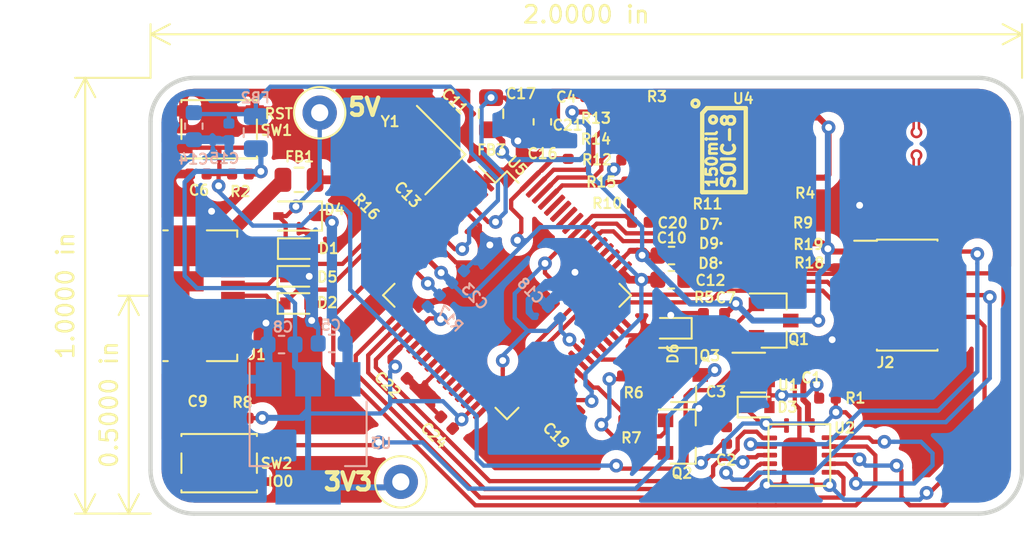
<source format=kicad_pcb>
(kicad_pcb (version 20171130) (host pcbnew 5.1.4-e60b266~84~ubuntu18.04.1)
  (layers (0 F.Cu signal) (31 B.Cu signal) (34 B.Paste user) (35 F.Paste user) (36 B.SilkS user) (37 F.SilkS user) (38 B.Mask user hide) (39 F.Mask user) (44 Edge.Cuts user))
  (net 0 "")
  (net 1 GND)
  (net 2 VDD33_D)
  (net 3 ESP_EN_N)
  (net 4 VDD3V3)
  (net 5 VDD5V)
  (net 6 ESP_EN)
  (net 7 "Net-(C7-Pad1)")
  (net 8 ESP_IO0_B)
  (net 9 /OSCI)
  (net 10 VDD1V8)
  (net 11 /OSCO)
  (net 12 "Net-(C14-Pad1)")
  (net 13 "Net-(C16-Pad1)")
  (net 14 "Net-(D1-Pad1)")
  (net 15 USB_DP)
  (net 16 "Net-(D3-Pad2)")
  (net 17 USB_DM)
  (net 18 "Net-(D7-Pad2)")
  (net 19 "Net-(D8-Pad2)")
  (net 20 /FT_nRXLED)
  (net 21 "Net-(D9-Pad2)")
  (net 22 /FT_nTXLED)
  (net 23 "Net-(FB1-Pad1)")
  (net 24 FT_TDI)
  (net 25 FT_TxD)
  (net 26 FT_TDO)
  (net 27 FT_RxD)
  (net 28 FT_TCK)
  (net 29 FT_TMS)
  (net 30 FT_nRTS)
  (net 31 "Net-(Q2-Pad2)")
  (net 32 FT_nDTR)
  (net 33 "Net-(Q3-Pad2)")
  (net 34 EE_CS)
  (net 35 "Net-(R4-Pad1)")
  (net 36 "Net-(R10-Pad1)")
  (net 37 EE_DATA)
  (net 38 EE_CLK)
  (net 39 "Net-(R13-Pad1)")
  (net 40 "Net-(R14-Pad1)")
  (net 41 "Net-(R15-Pad1)")
  (net 42 "Net-(R16-Pad1)")
  (net 43 "Net-(R17-Pad1)")
  (net 44 ESP_TDI)
  (net 45 ESP_TCK)
  (net 46 ESP_TDO)
  (net 47 ESP_TMS)
  (module artwork:karibe_logo (layer F.Cu) (at 235.1532 133.29412)
    (fp_text reference L1 hide)
    (fp_text value karibe_logo)
    (pad "" np_thru_hole circle (at -0.0127 0.75946) (size 0.2 0.2) (drill 0.2) (layers *.Cu *.Mask))
    (pad 2 smd custom (at -1.10744 1.69164) (size 0.1 0.05) (layers F.Cu F.Mask) (options (clearance outline) (anchor rect)) (primitives (gr_line (start 1.24714 -0.00762) (end 1.47222 -0.00762) (width 0.15)) (gr_line (start 3.047729 -0.494733) (end 3.047727 -0.657103) (width 0.15)) (gr_line (start 0.833571 -2.214628) (end 0.828044 -2.269495) (width 0.15)) (gr_line (start 1.155133 -1.201843) (end 1.206222 -1.185981) (width 0.15)) (gr_line (start 3.047727 -0.657103) (end 3.047724 -0.819474) (width 0.15)) (gr_line (start 3.047724 -0.819474) (end 3.047722 -0.981845) (width 0.15)) (gr_line (start 3.047722 -0.981845) (end 3.047719 -1.144216) (width 0.15)) (gr_line (start 0.937058 -2.842384) (end 0.937058 -2.960841) (width 0.15)) (gr_line (start 3.047734 -0.169991) (end 3.047732 -0.332362) (width 0.15)) (gr_line (start 3.047719 -1.144216) (end 3.047717 -1.306587) (width 0.15)) (gr_line (start 3.047717 -1.306587) (end 3.047633 -1.318568) (width 0.15)) (gr_line (start 0.844522 -0.842271) (end 0.835492 -0.872297) (width 0.15)) (gr_line (start 0.937064 -0.007613) (end 0.937064 -0.096369) (width 0.15)) (gr_line (start 3.047633 -1.318568) (end 3.044085 -1.35027) (width 0.15)) (gr_line (start 0.937058 -2.487018) (end 0.937058 -2.605469) (width 0.15)) (gr_line (start 1.24714 -0.269631) (end 1.24714 -0.182293) (width 0.15)) (gr_line (start 1.363802 -2.337299) (end 1.370242 -2.303873) (width 0.15)) (gr_line (start 3.044085 -1.35027) (end 3.032134 -1.395352) (width 0.15)) (gr_line (start 0.833584 -0.990045) (end 0.84945 -1.041141) (width 0.15)) (gr_line (start 1.299612 -0.750142) (end 1.274915 -0.726705) (width 0.15)) (gr_line (start 3.032134 -1.395352) (end 3.006849 -1.447469) (width 0.15)) (gr_line (start 1.155134 -2.002801) (end 1.100275 -1.99726) (width 0.15)) (gr_line (start 0.189405 -3.434671) (end 0.064797 -3.434671) (width 0.15)) (gr_line (start 3.006849 -1.447469) (end 2.963284 -1.500274) (width 0.15)) (gr_line (start 1.252465 -2.043769) (end 1.206229 -2.018667) (width 0.15)) (gr_line (start 1.351076 -2.16354) (end 1.325983 -2.1173) (width 0.15)) (gr_line (start 2.963284 -1.500274) (end 2.896499 -1.547423) (width 0.15)) (gr_line (start 2.896499 -1.547423) (end 2.80156 -1.582576) (width 0.15)) (gr_line (start 0.994324 -1.185988) (end 1.045421 -1.201843) (width 0.15)) (gr_line (start 0.912704 -2.466446) (end 0.937058 -2.487018) (width 0.15)) (gr_line (start 2.80156 -1.582576) (end 2.673521 -1.599376) (width 0.15)) (gr_line (start 1.100275 -1.99726) (end 1.045409 -2.002791) (width 0.15)) (gr_line (start 0.563239 -0.007613) (end 0.687847 -0.007613) (width 0.15)) (gr_line (start 0.064797 -3.434671) (end -0.059804 -3.434675) (width 0.15)) (gr_line (start 2.673521 -1.599376) (end 2.591926 -1.599376) (width 0.15)) (gr_line (start 2.591926 -1.599376) (end 2.510322 -1.599376) (width 0.15)) (gr_line (start 2.510322 -1.599376) (end 2.428717 -1.599376) (width 0.15)) (gr_line (start 2.428717 -1.599376) (end 2.347112 -1.599376) (width 0.15)) (gr_line (start 2.347112 -1.599376) (end 2.265508 -1.599376) (width 0.15)) (gr_line (start 2.265508 -1.599376) (end 2.183903 -1.599376) (width 0.15)) (gr_line (start 2.183903 -1.599376) (end 2.102298 -1.599376) (width 0.15)) (gr_line (start 2.102298 -1.599376) (end 2.020693 -1.599376) (width 0.15)) (gr_line (start 2.020693 -1.599376) (end 1.99301 -1.602446) (width 0.15)) (gr_line (start 0.937058 -2.605469) (end 0.937058 -2.723926) (width 0.15)) (gr_line (start 1.99301 -1.602446) (end 1.967258 -1.611236) (width 0.15)) (gr_line (start 1.967258 -1.611236) (end 1.943978 -1.625165) (width 0.15)) (gr_line (start 1.943978 -1.625165) (end 1.923713 -1.643617) (width 0.15)) (gr_line (start 0.844517 -2.362412) (end 0.856895 -2.391115) (width 0.15)) (gr_line (start 1.923713 -1.643617) (end 1.907007 -1.665999) (width 0.15)) (gr_line (start 0.937064 -0.451395) (end 0.937064 -0.540151) (width 0.15)) (gr_line (start 0.872486 -0.786473) (end 0.8569 -0.813569) (width 0.15)) (gr_line (start -0.059804 -0.435995) (end -0.059804 -0.007613) (width 0.15)) (gr_line (start 1.32104 -0.776277) (end 1.299612 -0.750142) (width 0.15)) (gr_line (start 0.948062 -2.043749) (end 0.907771 -2.076991) (width 0.15)) (gr_line (start 0.937064 -0.717664) (end 0.91271 -0.738237) (width 0.15)) (gr_line (start 1.907007 -1.665999) (end 1.894396 -1.691714) (width 0.15)) (gr_line (start 0.937058 -3.316214) (end 0.937058 -3.434671) (width 0.15)) (gr_line (start 1.894396 -1.691714) (end 1.886426 -1.720162) (width 0.15)) (gr_line (start 1.886426 -1.720162) (end 1.883656 -1.750744) (width 0.15)) (gr_line (start 1.883656 -1.750744) (end 1.883656 -1.759184) (width 0.15)) (gr_line (start 1.883656 -1.759184) (end 1.883656 -1.767624) (width 0.15)) (gr_line (start 1.24714 -0.444305) (end 1.24714 -0.356968) (width 0.15)) (gr_line (start 1.883656 -1.767624) (end 1.883656 -1.776064) (width 0.15)) (gr_line (start 1.883656 -1.776064) (end 1.883656 -1.784504) (width 0.15)) (gr_line (start 3.047732 -0.332362) (end 3.047729 -0.494733) (width 0.15)) (gr_line (start 1.697294 -0.00762) (end 1.922368 -0.00762) (width 0.15)) (gr_line (start 1.883656 -1.784504) (end 1.883656 -1.792944) (width 0.15)) (gr_line (start 2.147442 -0.00762) (end 2.372516 -0.00762) (width 0.15)) (gr_line (start 1.883656 -1.792944) (end 1.883656 -1.801384) (width 0.15)) (gr_line (start 1.883656 -1.801384) (end 1.883656 -1.809824) (width 0.15)) (gr_line (start 0.937064 -0.185126) (end 0.937064 -0.273882) (width 0.15)) (gr_line (start 0.891131 -2.443416) (end 0.912704 -2.466446) (width 0.15)) (gr_line (start 1.883656 -1.809824) (end 1.883656 -1.818264) (width 0.15)) (gr_line (start 0.835487 -2.332385) (end 0.844517 -2.362412) (width 0.15)) (gr_line (start 1.883656 -1.818264) (end 1.886426 -1.848848) (width 0.15)) (gr_line (start 1.886426 -1.848848) (end 1.894396 -1.877302) (width 0.15)) (gr_line (start 1.894396 -1.877302) (end 1.907007 -1.903025) (width 0.15)) (gr_line (start 1.363798 -0.867378) (end 1.353324 -0.835244) (width 0.15)) (gr_line (start 1.907007 -1.903025) (end 1.923713 -1.925417) (width 0.15)) (gr_line (start 1.923713 -1.925417) (end 1.943978 -1.943878) (width 0.15)) (gr_line (start 1.943978 -1.943878) (end 1.967258 -1.957806) (width 0.15)) (gr_line (start 0.874529 -2.117281) (end 0.849431 -2.163525) (width 0.15)) (gr_line (start 1.353324 -0.835244) (end 1.339008 -0.804761) (width 0.15)) (gr_line (start 0.064805 -0.007613) (end 0.189413 -0.007613) (width 0.15)) (gr_line (start 1.24714 -0.618979) (end 1.24714 -0.531642) (width 0.15)) (gr_line (start -0.059804 -0.007613) (end 0.064805 -0.007613) (width 0.15)) (gr_line (start 1.292735 -1.127649) (end 1.32597 -1.087368) (width 0.15)) (gr_line (start 0.812456 -0.007613) (end 0.937064 -0.007613) (width 0.15)) (gr_line (start 1.967258 -1.957806) (end 1.99301 -1.966596) (width 0.15)) (gr_line (start 1.47222 -0.00762) (end 1.697294 -0.00762) (width 0.15)) (gr_line (start 0.829954 -0.903364) (end 0.828049 -0.935186) (width 0.15)) (gr_line (start 1.99301 -1.966596) (end 2.020693 -1.969666) (width 0.15)) (gr_line (start 0.314014 -3.434671) (end 0.189405 -3.434671) (width 0.15)) (gr_line (start 0.948084 -1.160896) (end 0.994324 -1.185988) (width 0.15)) (gr_line (start 0.872481 -2.418211) (end 0.891131 -2.443416) (width 0.15)) (gr_line (start 0.937064 -0.540151) (end 0.937064 -0.628908) (width 0.15)) (gr_line (start 2.372516 -0.00762) (end 2.597589 -0.00762) (width 0.15)) (gr_line (start 2.020693 -1.969666) (end 2.102169 -1.969666) (width 0.15)) (gr_line (start 1.339008 -0.804761) (end 1.32104 -0.776277) (width 0.15)) (gr_line (start 0.937058 -3.079299) (end 0.937058 -3.197756) (width 0.15)) (gr_line (start 1.252454 -1.160885) (end 1.292735 -1.127649) (width 0.15)) (gr_line (start 0.835492 -0.872297) (end 0.829954 -0.903364) (width 0.15)) (gr_line (start 2.102169 -1.969666) (end 2.183645 -1.969666) (width 0.15)) (gr_line (start 2.183645 -1.969666) (end 2.265121 -1.969666) (width 0.15)) (gr_line (start 2.265121 -1.969666) (end 2.346597 -1.969666) (width 0.15)) (gr_line (start 0.812448 -3.434671) (end 0.68784 -3.434671) (width 0.15)) (gr_line (start 0.563231 -3.434671) (end 0.438622 -3.434671) (width 0.15)) (gr_line (start 2.346597 -1.969666) (end 2.428073 -1.969666) (width 0.15)) (gr_line (start 1.922368 -0.00762) (end 2.147442 -0.00762) (width 0.15)) (gr_line (start 1.045409 -2.002791) (end 0.994306 -2.018651) (width 0.15)) (gr_line (start 2.428073 -1.969666) (end 2.509548 -1.969666) (width 0.15)) (gr_line (start -0.059804 -3.434675) (end -0.059804 -3.006293) (width 0.15)) (gr_line (start 2.509548 -1.969666) (end 2.591024 -1.969666) (width 0.15)) (gr_line (start 1.366932 -2.214637) (end 1.351076 -2.16354) (width 0.15)) (gr_line (start 2.591024 -1.969666) (end 2.6725 -1.969666) (width 0.15)) (gr_line (start 0.891137 -0.761268) (end 0.872486 -0.786473) (width 0.15)) (gr_line (start 2.6725 -1.969666) (end 2.801887 -1.981243) (width 0.15)) (gr_line (start 0.828049 -0.935186) (end 0.833584 -0.990045) (width 0.15)) (gr_line (start 2.597589 -0.00762) (end 2.822663 -0.00762) (width 0.15)) (gr_line (start 1.206222 -1.185981) (end 1.252454 -1.160885) (width 0.15)) (gr_line (start -0.059804 -1.292762) (end -0.059804 -0.864379) (width 0.15)) (gr_line (start 2.801887 -1.981243) (end 2.897558 -2.016744) (width 0.15)) (gr_line (start 0.438622 -3.434671) (end 0.314014 -3.434671) (width 0.15)) (gr_line (start -0.059804 -1.721144) (end -0.059804 -1.292762) (width 0.15)) (gr_line (start 1.24714 -0.094957) (end 1.24714 -0.00762) (width 0.15)) (gr_line (start 2.897558 -2.016744) (end 2.964586 -2.068321) (width 0.15)) (gr_line (start -0.059804 -2.149527) (end -0.059804 -1.721144) (width 0.15)) (gr_line (start 1.372462 -2.269496) (end 1.366932 -2.214637) (width 0.15)) (gr_line (start 0.937058 -2.723926) (end 0.937058 -2.842384) (width 0.15)) (gr_line (start 0.828044 -2.269495) (end 0.829949 -2.301318) (width 0.15)) (gr_line (start 2.964586 -2.068321) (end 3.008047 -2.128123) (width 0.15)) (gr_line (start -0.059804 -0.864379) (end -0.059804 -0.435995) (width 0.15)) (gr_line (start 3.008047 -2.128123) (end 3.033017 -2.1883) (width 0.15)) (gr_line (start 0.91271 -0.738237) (end 0.891137 -0.761268) (width 0.15)) (gr_line (start 3.033017 -2.1883) (end 3.044564 -2.241003) (width 0.15)) (gr_line (start 1.370238 -0.900811) (end 1.363798 -0.867378) (width 0.15)) (gr_line (start 0.994306 -2.018651) (end 0.948062 -2.043749) (width 0.15)) (gr_line (start 1.24714 -0.706316) (end 1.24714 -0.618979) (width 0.15)) (gr_line (start 3.044564 -2.241003) (end 3.047784 -2.278381) (width 0.15)) (gr_line (start 0.937064 -0.096369) (end 0.937064 -0.185126) (width 0.15)) (gr_line (start 1.292748 -2.077011) (end 1.252465 -2.043769) (width 0.15)) (gr_line (start 3.047784 -2.278381) (end 3.047726 -2.292585) (width 0.15)) (gr_line (start 0.937058 -2.960841) (end 0.937058 -3.079299) (width 0.15)) (gr_line (start -0.059804 -2.57791) (end -0.059804 -2.149527) (width 0.15)) (gr_line (start 3.047726 -2.292585) (end 3.047726 -2.435269) (width 0.15)) (gr_line (start -0.059804 -3.006293) (end -0.059804 -2.57791) (width 0.15)) (gr_line (start 3.047726 -2.435269) (end 3.047726 -2.578042) (width 0.15)) (gr_line (start 0.687847 -0.007613) (end 0.812456 -0.007613) (width 0.15)) (gr_line (start 1.351066 -1.041135) (end 1.366928 -0.990046) (width 0.15)) (gr_line (start 0.937064 -0.628908) (end 0.937064 -0.717664) (width 0.15)) (gr_line (start 3.047726 -2.578042) (end 3.047726 -2.720814) (width 0.15)) (gr_line (start 3.047726 -2.720814) (end 3.047726 -2.863587) (width 0.15)) (gr_line (start 3.047737 -0.00762) (end 3.047734 -0.169991) (width 0.15)) (gr_line (start 3.047726 -2.863587) (end 3.047726 -3.00636) (width 0.15)) (gr_line (start 1.24714 -0.182293) (end 1.24714 -0.094957) (width 0.15)) (gr_line (start 1.24714 -0.356968) (end 1.24714 -0.269631) (width 0.15)) (gr_line (start 0.937058 -3.197756) (end 0.937058 -3.316214) (width 0.15)) (gr_line (start 3.047726 -3.00636) (end 3.047726 -3.149132) (width 0.15)) (gr_line (start 3.047726 -3.149132) (end 3.047726 -3.291905) (width 0.15)) (gr_line (start 1.100281 -1.207363) (end 1.155133 -1.201843) (width 0.15)) (gr_line (start 1.045421 -1.201843) (end 1.100281 -1.207363) (width 0.15)) (gr_line (start 3.047726 -3.291905) (end 3.047726 -3.434678) (width 0.15)) (gr_line (start 1.370242 -2.303873) (end 1.372462 -2.269496) (width 0.15)) (gr_line (start 3.047726 -3.434678) (end 2.822651 -3.434678) (width 0.15)) (gr_line (start 2.822651 -3.434678) (end 2.597579 -3.434678) (width 0.15)) (gr_line (start 0.937064 -0.273882) (end 0.937064 -0.362639) (width 0.15)) (gr_line (start 2.597579 -3.434678) (end 2.372508 -3.434678) (width 0.15)) (gr_line (start 0.68784 -3.434671) (end 0.563231 -3.434671) (width 0.15)) (gr_line (start 0.907771 -2.076991) (end 0.874529 -2.117281) (width 0.15)) (gr_line (start 2.822663 -0.00762) (end 3.047737 -0.00762) (width 0.15)) (gr_line (start 0.829949 -2.301318) (end 0.835487 -2.332385) (width 0.15)) (gr_line (start 2.372508 -3.434678) (end 2.147437 -3.434678) (width 0.15)) (gr_line (start 0.937064 -0.362639) (end 0.937064 -0.451395) (width 0.15)) (gr_line (start 2.147437 -3.434678) (end 1.922366 -3.434678) (width 0.15)) (gr_line (start 1.922366 -3.434678) (end 1.697294 -3.434678) (width 0.15)) (gr_line (start 1.697294 -3.434678) (end 1.472223 -3.434678) (width 0.15)) (gr_line (start 1.472223 -3.434678) (end 1.247151 -3.434678) (width 0.15)) (gr_line (start 1.366928 -0.990046) (end 1.372458 -0.935194) (width 0.15)) (gr_line (start 1.274915 -0.726705) (end 1.24714 -0.706316) (width 0.15)) (gr_line (start 1.247151 -3.434678) (end 1.247151 -3.317633) (width 0.15)) (gr_line (start 1.247151 -3.317633) (end 1.247151 -3.200589) (width 0.15)) (gr_line (start 0.874552 -1.087376) (end 0.907795 -1.12766) (width 0.15)) (gr_line (start 1.24714 -0.531642) (end 1.24714 -0.444305) (width 0.15)) (gr_line (start 1.247151 -3.200589) (end 1.247151 -3.083544) (width 0.15)) (gr_line (start 0.8569 -0.813569) (end 0.844522 -0.842271) (width 0.15)) (gr_line (start 1.206229 -2.018667) (end 1.155134 -2.002801) (width 0.15)) (gr_line (start 1.247151 -3.083544) (end 1.247151 -2.9665) (width 0.15)) (gr_line (start 1.247151 -2.9665) (end 1.247151 -2.849455) (width 0.15)) (gr_line (start 1.247151 -2.849455) (end 1.247151 -2.732411) (width 0.15)) (gr_line (start 0.856895 -2.391115) (end 0.872481 -2.418211) (width 0.15)) (gr_line (start 0.849431 -2.163525) (end 0.833571 -2.214628) (width 0.15)) (gr_line (start 0.937058 -3.434671) (end 0.812448 -3.434671) (width 0.15)) (gr_line (start 1.247151 -2.732411) (end 1.247151 -2.615366) (width 0.15)) (gr_line (start 1.247151 -2.615366) (end 1.247151 -2.498322) (width 0.15)) (gr_line (start 1.247151 -2.498322) (end 1.274921 -2.477938) (width 0.15)) (gr_line (start 1.274921 -2.477938) (end 1.299615 -2.454507) (width 0.15)) (gr_line (start 1.325983 -2.1173) (end 1.292748 -2.077011) (width 0.15)) (gr_line (start 0.84945 -1.041141) (end 0.874552 -1.087376) (width 0.15)) (gr_line (start 0.314022 -0.007613) (end 0.43863 -0.007613) (width 0.15)) (gr_line (start 1.299615 -2.454507) (end 1.321042 -2.428378) (width 0.15)) (gr_line (start 1.321042 -2.428378) (end 1.33901 -2.399901) (width 0.15)) (gr_line (start 1.32597 -1.087368) (end 1.351066 -1.041135) (width 0.15)) (gr_line (start 1.372458 -0.935194) (end 1.370238 -0.900811) (width 0.15)) (gr_line (start 0.43863 -0.007613) (end 0.563239 -0.007613) (width 0.15)) (gr_line (start 0.907795 -1.12766) (end 0.948084 -1.160896) (width 0.15)) (gr_line (start 0.189413 -0.007613) (end 0.314022 -0.007613) (width 0.15)) (gr_line (start 1.33901 -2.399901) (end 1.353327 -2.369425) (width 0.15)) (gr_line (start 1.353327 -2.369425) (end 1.363802 -2.337299) (width 0.15))))
    (pad "" np_thru_hole circle (at 0 -0.5842) (size 0.2 0.2) (drill 0.2) (layers *.Cu *.Mask))
  )
  (module esp-jtag:VQFN-14_3.6x3.6x05P (layer F.Cu) (at 228.3206 151.53132 270)
    (fp_text reference U2 (at -1.58496 -2.63398 180) (layer F.SilkS) (effects (font (size 0.6 0.6) (thickness 0.12))))
    (fp_text value SN74AHC125RGY)
    (pad 15 smd roundrect (at 0 0) (size 2.05 2.05) (layers F.Cu F.Paste F.Mask) (net 1 GND))
    (pad 7 smd roundrect (at 1.725 0.89) (size 0.28 0.75) (layers F.Cu F.Paste F.Mask) (net 1 GND))
    (pad 8 smd roundrect (at 1.725 -0.75) (size 0.28 0.85) (layers F.Cu F.Paste F.Mask) (net 44 ESP_TDI))
    (pad 14 smd roundrect (at -1.725 -0.75) (size 0.28 0.85) (layers F.Cu F.Paste F.Mask) (net 2 VDD33_D))
    (pad 1 smd roundrect (at -1.725 0.75) (size 0.28 0.85) (layers F.Cu F.Paste F.Mask) (net 3 ESP_EN_N))
    (pad 6 smd roundrect (at 1 1.725 270) (size 0.28 0.85) (layers F.Cu F.Paste F.Mask) (net 26 FT_TDO))
    (pad 5 smd roundrect (at 0.5 1.725 270) (size 0.28 0.85) (layers F.Cu F.Paste F.Mask) (net 46 ESP_TDO))
    (pad 4 smd roundrect (at 0 1.725 270) (size 0.28 0.85) (layers F.Cu F.Paste F.Mask) (net 3 ESP_EN_N))
    (pad 3 smd roundrect (at -0.5 1.725 270) (size 0.28 0.85) (layers F.Cu F.Paste F.Mask) (net 47 ESP_TMS))
    (pad 2 smd roundrect (at -1 1.725 270) (size 0.28 0.85) (layers F.Cu F.Paste F.Mask) (net 29 FT_TMS))
    (pad 9 smd roundrect (at 1 -1.725 270) (size 0.28 0.85) (layers F.Cu F.Paste F.Mask) (net 24 FT_TDI))
    (pad 10 smd roundrect (at 0.5 -1.725 270) (size 0.28 0.85) (layers F.Cu F.Paste F.Mask) (net 3 ESP_EN_N))
    (pad 11 smd roundrect (at 0 -1.725 270) (size 0.28 0.85) (layers F.Cu F.Paste F.Mask) (net 45 ESP_TCK))
    (pad 12 smd roundrect (at -0.5 -1.725 270) (size 0.28 0.85) (layers F.Cu F.Paste F.Mask) (net 28 FT_TCK))
    (pad 13 smd roundrect (at -1.016 -1.725 270) (size 0.28 0.85) (layers F.Cu F.Paste F.Mask) (net 3 ESP_EN_N))
  )
  (module Package_TO_SOT_SMD:SOT-23 (layer F.Cu) (at 221.54134 146.85772)
    (fp_text reference Q3 (at 1.55702 -1.12268) (layer F.SilkS) (effects (font (size 0.6 0.6) (thickness 0.12))))
    (fp_text value S8050)
    (pad 3 smd rect (at 1 0) (size 0.9 0.8) (layers F.Cu F.Paste F.Mask) (net 8 ESP_IO0_B))
    (pad 2 smd rect (at -1 0.95) (size 0.9 0.8) (layers F.Cu F.Paste F.Mask) (net 33 "Net-(Q3-Pad2)"))
    (pad 1 smd rect (at -1 -0.95) (size 0.9 0.8) (layers F.Cu F.Paste F.Mask) (net 32 FT_nDTR))
  )
  (module Package_TO_SOT_SMD:SOT-23 (layer F.Cu) (at 221.52102 150.45182)
    (fp_text reference Q2 (at -0.04318 2.1336) (layer F.SilkS) (effects (font (size 0.6 0.6) (thickness 0.12))))
    (fp_text value S8050)
    (pad 3 smd rect (at 1 0) (size 0.9 0.8) (layers F.Cu F.Paste F.Mask) (net 6 ESP_EN))
    (pad 2 smd rect (at -1 0.95) (size 0.9 0.8) (layers F.Cu F.Paste F.Mask) (net 31 "Net-(Q2-Pad2)"))
    (pad 1 smd rect (at -1 -0.95) (size 0.9 0.8) (layers F.Cu F.Paste F.Mask) (net 30 FT_nRTS))
  )
  (module Crystal:Crystal_SMD_3225-4Pin_3.2x2.5mm (layer F.Cu) (at 206.2734 133.75386 135)
    (fp_text reference Y1 (at 2.453406 -0.096987 180) (layer F.SilkS) (effects (font (size 0.6 0.6) (thickness 0.12))))
    (fp_text value 7M12000044)
    (pad 4 smd rect (at -1.1 -0.85 135) (size 1.4 1.2) (layers F.Cu F.Paste F.Mask) (net 1 GND) (clearance 0.12))
    (pad 3 smd rect (at 1.1 -0.85 135) (size 1.4 1.2) (layers F.Cu F.Paste F.Mask) (net 11 /OSCO))
    (pad 2 smd rect (at 1.1 0.85 135) (size 1.4 1.2) (layers F.Cu F.Paste F.Mask) (net 1 GND))
    (pad 1 smd rect (at -1.1 0.85 135) (size 1.4 1.2) (layers F.Cu F.Paste F.Mask) (net 9 /OSCI))
  )
  (module Package_QFP:LQFP-64_10x10mm_P0.5mm (layer F.Cu) (at 211.2772 142.2146 315)
    (fp_text reference U5 (at -4.917588 -5.75814 135) (layer F.SilkS) (effects (font (size 0.6 0.6) (thickness 0.12))))
    (fp_text value FT2232H)
    (pad 64 smd roundrect (at -3.75 -5.675 315) (size 0.3 1.55) (layers F.Cu F.Paste F.Mask) (net 10 VDD1V8))
    (pad 63 smd roundrect (at -3.25 -5.675 315) (size 0.3 1.55) (layers F.Cu F.Paste F.Mask) (net 39 "Net-(R13-Pad1)"))
    (pad 62 smd roundrect (at -2.75 -5.675 315) (size 0.3 1.55) (layers F.Cu F.Paste F.Mask) (net 40 "Net-(R14-Pad1)"))
    (pad 61 smd roundrect (at -2.25 -5.675 315) (size 0.3 1.55) (layers F.Cu F.Paste F.Mask) (net 41 "Net-(R15-Pad1)"))
    (pad 60 smd roundrect (at -1.75 -5.675 315) (size 0.3 1.55) (layers F.Cu F.Paste F.Mask))
    (pad 59 smd roundrect (at -1.25 -5.675 315) (size 0.3 1.55) (layers F.Cu F.Paste F.Mask))
    (pad 58 smd roundrect (at -0.75 -5.675 315) (size 0.3 1.55) (layers F.Cu F.Paste F.Mask))
    (pad 57 smd roundrect (at -0.25 -5.675 315) (size 0.3 1.55) (layers F.Cu F.Paste F.Mask))
    (pad 56 smd roundrect (at 0.25 -5.675 315) (size 0.3 1.55) (layers F.Cu F.Paste F.Mask) (net 4 VDD3V3))
    (pad 55 smd roundrect (at 0.75 -5.675 315) (size 0.3 1.55) (layers F.Cu F.Paste F.Mask) (net 22 /FT_nTXLED))
    (pad 54 smd roundrect (at 1.25 -5.675 315) (size 0.3 1.55) (layers F.Cu F.Paste F.Mask) (net 20 /FT_nRXLED))
    (pad 53 smd roundrect (at 1.75 -5.675 315) (size 0.3 1.55) (layers F.Cu F.Paste F.Mask))
    (pad 52 smd roundrect (at 2.25 -5.675 315) (size 0.3 1.55) (layers F.Cu F.Paste F.Mask))
    (pad 51 smd roundrect (at 2.75 -5.675 315) (size 0.3 1.55) (layers F.Cu F.Paste F.Mask) (net 1 GND))
    (pad 50 smd roundrect (at 3.25 -5.675 315) (size 0.3 1.55) (layers F.Cu F.Paste F.Mask) (net 4 VDD3V3))
    (pad 49 smd roundrect (at 3.75 -5.675 315) (size 0.3 1.55) (layers F.Cu F.Paste F.Mask) (net 10 VDD1V8))
    (pad 48 smd roundrect (at 5.675 -3.75 315) (size 1.55 0.3) (layers F.Cu F.Paste F.Mask))
    (pad 47 smd roundrect (at 5.675 -3.25 315) (size 1.55 0.3) (layers F.Cu F.Paste F.Mask) (net 1 GND))
    (pad 46 smd roundrect (at 5.675 -2.75 315) (size 1.55 0.3) (layers F.Cu F.Paste F.Mask))
    (pad 45 smd roundrect (at 5.675 -2.25 315) (size 1.55 0.3) (layers F.Cu F.Paste F.Mask))
    (pad 44 smd roundrect (at 5.675 -1.75 315) (size 1.55 0.3) (layers F.Cu F.Paste F.Mask))
    (pad 43 smd roundrect (at 5.675 -1.25 315) (size 1.55 0.3) (layers F.Cu F.Paste F.Mask) (net 32 FT_nDTR))
    (pad 42 smd roundrect (at 5.675 -0.75 315) (size 1.55 0.3) (layers F.Cu F.Paste F.Mask) (net 4 VDD3V3))
    (pad 41 smd roundrect (at 5.675 -0.25 315) (size 1.55 0.3) (layers F.Cu F.Paste F.Mask))
    (pad 40 smd roundrect (at 5.675 0.25 315) (size 1.55 0.3) (layers F.Cu F.Paste F.Mask) (net 30 FT_nRTS))
    (pad 39 smd roundrect (at 5.675 0.75 315) (size 1.55 0.3) (layers F.Cu F.Paste F.Mask) (net 27 FT_RxD))
    (pad 38 smd roundrect (at 5.675 1.25 315) (size 1.55 0.3) (layers F.Cu F.Paste F.Mask) (net 25 FT_TxD))
    (pad 37 smd roundrect (at 5.675 1.75 315) (size 1.55 0.3) (layers F.Cu F.Paste F.Mask) (net 10 VDD1V8) (clearance 0.12))
    (pad 36 smd roundrect (at 5.675 2.25 315) (size 1.55 0.3) (layers F.Cu F.Paste F.Mask))
    (pad 35 smd roundrect (at 5.675 2.75 315) (size 1.55 0.3) (layers F.Cu F.Paste F.Mask) (net 1 GND))
    (pad 34 smd roundrect (at 5.675 3.25 315) (size 1.55 0.3) (layers F.Cu F.Paste F.Mask))
    (pad 33 smd roundrect (at 5.675 3.75 315) (size 1.55 0.3) (layers F.Cu F.Paste F.Mask))
    (pad 32 smd roundrect (at 3.749999 5.675 315) (size 0.3 1.55) (layers F.Cu F.Paste F.Mask) (clearance 0.1))
    (pad 31 smd roundrect (at 3.25 5.675 315) (size 0.3 1.55) (layers F.Cu F.Paste F.Mask) (net 4 VDD3V3) (clearance 0.1))
    (pad 30 smd roundrect (at 2.75 5.675 315) (size 0.3 1.55) (layers F.Cu F.Paste F.Mask) (clearance 0.1))
    (pad 29 smd roundrect (at 2.25 5.675 315) (size 0.3 1.55) (layers F.Cu F.Paste F.Mask))
    (pad 28 smd roundrect (at 1.75 5.675 315) (size 0.3 1.55) (layers F.Cu F.Paste F.Mask))
    (pad 27 smd roundrect (at 1.25 5.675 315) (size 0.3 1.55) (layers F.Cu F.Paste F.Mask))
    (pad 26 smd roundrect (at 0.75 5.675 315) (size 0.3 1.55) (layers F.Cu F.Paste F.Mask))
    (pad 25 smd roundrect (at 0.25 5.675 315) (size 0.3 1.55) (layers F.Cu F.Paste F.Mask) (net 1 GND))
    (pad 24 smd roundrect (at -0.25 5.675 315) (size 0.3 1.55) (layers F.Cu F.Paste F.Mask))
    (pad 23 smd roundrect (at -0.75 5.675 315) (size 0.3 1.55) (layers F.Cu F.Paste F.Mask))
    (pad 22 smd roundrect (at -1.25 5.675 315) (size 0.3 1.55) (layers F.Cu F.Paste F.Mask))
    (pad 21 smd roundrect (at -1.75 5.675 315) (size 0.3 1.55) (layers F.Cu F.Paste F.Mask))
    (pad 20 smd roundrect (at -2.25 5.675 315) (size 0.3 1.55) (layers F.Cu F.Paste F.Mask) (net 4 VDD3V3))
    (pad 19 smd roundrect (at -2.75 5.675 315) (size 0.3 1.55) (layers F.Cu F.Paste F.Mask) (net 29 FT_TMS))
    (pad 18 smd roundrect (at -3.25 5.675 315) (size 0.3 1.55) (layers F.Cu F.Paste F.Mask) (net 26 FT_TDO))
    (pad 17 smd roundrect (at -3.75 5.675 315) (size 0.3 1.55) (layers F.Cu F.Paste F.Mask) (net 24 FT_TDI))
    (pad 16 smd roundrect (at -5.675 3.75 315) (size 1.55 0.3) (layers F.Cu F.Paste F.Mask) (net 28 FT_TCK))
    (pad 15 smd roundrect (at -5.675 3.25 315) (size 1.55 0.3) (layers F.Cu F.Paste F.Mask) (net 1 GND))
    (pad 14 smd roundrect (at -5.675 2.75 315) (size 1.55 0.3) (layers F.Cu F.Paste F.Mask) (net 43 "Net-(R17-Pad1)"))
    (pad 13 smd roundrect (at -5.675 2.25 315) (size 1.55 0.3) (layers F.Cu F.Paste F.Mask) (net 1 GND))
    (pad 12 smd roundrect (at -5.675 1.75 315) (size 1.55 0.3) (layers F.Cu F.Paste F.Mask) (net 10 VDD1V8))
    (pad 11 smd roundrect (at -5.675 1.25 315) (size 1.55 0.3) (layers F.Cu F.Paste F.Mask) (net 1 GND))
    (pad 10 smd roundrect (at -5.675 0.75 315) (size 1.55 0.3) (layers F.Cu F.Paste F.Mask) (net 1 GND))
    (pad 9 smd roundrect (at -5.675 0.25 315) (size 1.55 0.3) (layers F.Cu F.Paste F.Mask) (net 12 "Net-(C14-Pad1)"))
    (pad 8 smd roundrect (at -5.675 -0.25 315) (size 1.55 0.3) (layers F.Cu F.Paste F.Mask) (net 15 USB_DP))
    (pad 7 smd roundrect (at -5.675 -0.75 315) (size 1.55 0.3) (layers F.Cu F.Paste F.Mask) (net 17 USB_DM))
    (pad 6 smd roundrect (at -5.675 -1.25 315) (size 1.55 0.3) (layers F.Cu F.Paste F.Mask) (net 42 "Net-(R16-Pad1)"))
    (pad 5 smd roundrect (at -5.675 -1.75 315) (size 1.55 0.3) (layers F.Cu F.Paste F.Mask) (net 1 GND))
    (pad 4 smd roundrect (at -5.675 -2.25 315) (size 1.55 0.3) (layers F.Cu F.Paste F.Mask) (net 13 "Net-(C16-Pad1)"))
    (pad 3 smd roundrect (at -5.675 -2.75 315) (size 1.55 0.3) (layers F.Cu F.Paste F.Mask) (net 11 /OSCO))
    (pad 2 smd roundrect (at -5.675 -3.25 315) (size 1.55 0.3) (layers F.Cu F.Paste F.Mask) (net 9 /OSCI))
    (pad 1 smd roundrect (at -5.675 -3.75 315) (size 1.55 0.3) (layers F.Cu F.Paste F.Mask) (net 1 GND))
  )
  (module RF:SOIC-8_150mil (layer F.Cu) (at 223.9264 133.7564 270)
    (fp_text reference U4 (at -3.00736 -1.12014) (layer F.SilkS) (effects (font (size 0.6 0.6) (thickness 0.12))))
    (fp_text value 93CxxC)
    (fp_text user SOIC-8 (at 0.05588 -0.27178 90) (layer F.SilkS) (effects (font (size 0.762 0.762) (thickness 0.1905))))
    (fp_text user 150mil (at 0.508 0.7112 90) (layer F.SilkS) (effects (font (size 0.635 0.635) (thickness 0.15875))))
    (pad 8 smd rect (at -1.905 -2.5 270) (size 0.6 2.2) (layers F.Cu F.Paste F.Mask) (net 4 VDD3V3) (clearance 0.0508))
    (pad 7 smd rect (at -0.635 -2.5 270) (size 0.6 2.2) (layers F.Cu F.Paste F.Mask) (clearance 0.0508))
    (pad 6 smd rect (at 0.635 -2.5 270) (size 0.6 2.2) (layers F.Cu F.Paste F.Mask) (net 35 "Net-(R4-Pad1)") (clearance 0.0508))
    (pad 5 smd rect (at 1.905 -2.5 270) (size 0.6 2.2) (layers F.Cu F.Paste F.Mask) (net 1 GND) (clearance 0.0508))
    (pad 4 smd rect (at 1.905 2.5 270) (size 0.6 2.2) (layers F.Cu F.Paste F.Mask) (net 36 "Net-(R10-Pad1)") (clearance 0.0508))
    (pad 3 smd rect (at 0.635 2.5 270) (size 0.6 2.2) (layers F.Cu F.Paste F.Mask) (net 37 EE_DATA) (clearance 0.0508))
    (pad 2 smd rect (at -0.635 2.5 270) (size 0.6 2.2) (layers F.Cu F.Paste F.Mask) (net 38 EE_CLK) (clearance 0.0508))
    (pad 1 smd rect (at -1.905 2.5 270) (size 0.6 2.2) (layers F.Cu F.Paste F.Mask) (net 34 EE_CS) (clearance 0.0508))
  )
  (module Package_TO_SOT_SMD:SOT-223-3_TabPin2 (layer B.Cu) (at 199.68464 150.26132 270)
    (fp_text reference U3 (at 0.58166 -4.2545 180) (layer B.SilkS) (effects (font (size 0.6 0.6) (thickness 0.12)) (justify mirror)))
    (fp_text value AMS1117-3.3)
    (pad 1 smd rect (at -3.15 2.3 270) (size 2 1.5) (layers B.Cu B.Paste B.Mask) (net 1 GND))
    (pad 3 smd rect (at -3.15 -2.3 270) (size 2 1.5) (layers B.Cu B.Paste B.Mask) (net 5 VDD5V))
    (pad 2 smd rect (at -3.15 0 270) (size 2 1.5) (layers B.Cu B.Paste B.Mask) (net 4 VDD3V3))
    (pad 2 smd rect (at 3.15 0 270) (size 2 3.8) (layers B.Cu B.Paste B.Mask) (net 4 VDD3V3))
  )
  (module Package_TO_SOT_SMD:SOT-353_SC-70-5 (layer F.Cu) (at 225.62058 146.7231)
    (fp_text reference U1 (at 2.05232 0.71882) (layer F.SilkS) (effects (font (size 0.6 0.6) (thickness 0.12))))
    (fp_text value 74AHC1GU04)
    (pad 5 smd rect (at 0.95 -0.65) (size 0.65 0.4) (layers F.Cu F.Paste F.Mask) (net 2 VDD33_D))
    (pad 4 smd rect (at 0.95 0.65) (size 0.65 0.4) (layers F.Cu F.Paste F.Mask) (net 16 "Net-(D3-Pad2)"))
    (pad 2 smd rect (at -0.95 0) (size 0.65 0.4) (layers F.Cu F.Paste F.Mask) (net 6 ESP_EN))
    (pad 3 smd rect (at -0.95 0.65) (size 0.65 0.4) (layers F.Cu F.Paste F.Mask) (net 1 GND))
    (pad 1 smd rect (at -0.95 -0.65) (size 0.65 0.4) (layers F.Cu F.Paste F.Mask))
  )
  (module TestPoint:TestPoint_Loop_D1.80mm_Drill1.0mm_Beaded (layer F.Cu) (at 205.08722 153.08834)
    (fp_text reference TP2 hide)
    (fp_text value 3V3)
    (pad 1 thru_hole circle (at 0 0) (size 2 2) (drill 1) (layers *.Cu *.Mask) (net 4 VDD3V3))
  )
  (module TestPoint:TestPoint_Loop_D1.80mm_Drill1.0mm_Beaded (layer F.Cu) (at 200.36028 131.572 270)
    (fp_text reference TP1 hide)
    (fp_text value VBUS)
    (pad 1 thru_hole circle (at 0 0 270) (size 2 2) (drill 1) (layers *.Cu *.Mask) (net 14 "Net-(D1-Pad1)"))
  )
  (module Button_Switch_SMD:SW_SPST_PTS810 (layer F.Cu) (at 194.5 152 180)
    (fp_text reference SW2 (at -3.34568 -0.00884) (layer F.SilkS) (effects (font (size 0.6 0.6) (thickness 0.12))))
    (fp_text value SW_SPST)
    (pad 2 smd rect (at 2.075 1.075 180) (size 1.05 0.65) (layers F.Cu F.Paste F.Mask) (net 8 ESP_IO0_B))
    (pad 2 smd rect (at -2.075 1.075 180) (size 1.05 0.65) (layers F.Cu F.Paste F.Mask) (net 8 ESP_IO0_B))
    (pad 1 smd rect (at 2.075 -1.075 180) (size 1.05 0.65) (layers F.Cu F.Paste F.Mask) (net 1 GND))
    (pad 1 smd rect (at -2.075 -1.075 180) (size 1.05 0.65) (layers F.Cu F.Paste F.Mask) (net 1 GND))
  )
  (module Button_Switch_SMD:SW_SPST_PTS810 (layer F.Cu) (at 194.5 132.5372)
    (fp_text reference SW1 (at 3.33806 0.06096) (layer F.SilkS) (effects (font (size 0.6 0.6) (thickness 0.12))))
    (fp_text value SW_SPST)
    (pad 2 smd rect (at 2.075 1.075) (size 1.05 0.65) (layers F.Cu F.Paste F.Mask) (net 6 ESP_EN))
    (pad 2 smd rect (at -2.075 1.075) (size 1.05 0.65) (layers F.Cu F.Paste F.Mask) (net 6 ESP_EN))
    (pad 1 smd rect (at 2.075 -1.075) (size 1.05 0.65) (layers F.Cu F.Paste F.Mask) (net 1 GND))
    (pad 1 smd rect (at -2.075 -1.075) (size 1.05 0.65) (layers F.Cu F.Paste F.Mask) (net 1 GND))
  )
  (module Resistor_SMD:R_0402_1005Metric (layer F.Cu) (at 226.96918 139.18184 180)
    (fp_text reference R19 (at -1.8772 -0.06604) (layer F.SilkS) (effects (font (size 0.6 0.6) (thickness 0.12))))
    (fp_text value 2.2K/1%/0402)
    (pad 2 smd roundrect (at 0.485 0 180) (size 0.59 0.64) (layers F.Cu F.Paste F.Mask) (net 21 "Net-(D9-Pad2)"))
    (pad 1 smd roundrect (at -0.485 0 180) (size 0.59 0.64) (layers F.Cu F.Paste F.Mask) (net 4 VDD3V3))
  )
  (module Resistor_SMD:R_0402_1005Metric (layer F.Cu) (at 226.9998 140.31976 180)
    (fp_text reference R18 (at -1.89738 -0.01016) (layer F.SilkS) (effects (font (size 0.6 0.6) (thickness 0.12))))
    (fp_text value 2.2K/1%/0402)
    (pad 2 smd roundrect (at 0.485 0 180) (size 0.59 0.64) (layers F.Cu F.Paste F.Mask) (net 19 "Net-(D8-Pad2)"))
    (pad 1 smd roundrect (at -0.485 0 180) (size 0.59 0.64) (layers F.Cu F.Paste F.Mask) (net 4 VDD3V3))
  )
  (module Resistor_SMD:R_0402_1005Metric (layer B.Cu) (at 207.00746 142.53718 225)
    (fp_text reference R17 (at 0.06825 -1.397328 135) (layer B.SilkS) (effects (font (size 0.6 0.6) (thickness 0.12)) (justify mirror)))
    (fp_text value 1K/1%)
    (pad 2 smd roundrect (at 0.485 0 225) (size 0.59 0.64) (layers B.Cu B.Paste B.Mask) (net 4 VDD3V3))
    (pad 1 smd roundrect (at -0.485 0 225) (size 0.59 0.64) (layers B.Cu B.Paste B.Mask) (net 43 "Net-(R17-Pad1)"))
  )
  (module Resistor_SMD:R_0402_1005Metric (layer F.Cu) (at 203.708 136.38784 135)
    (fp_text reference R16 (at -0.028737 -0.908802 135) (layer F.SilkS) (effects (font (size 0.6 0.6) (thickness 0.12))))
    (fp_text value 12K/1%)
    (pad 2 smd roundrect (at 0.485 0 135) (size 0.59 0.64) (layers F.Cu F.Paste F.Mask) (net 1 GND))
    (pad 1 smd roundrect (at -0.485 0 135) (size 0.59 0.64) (layers F.Cu F.Paste F.Mask) (net 42 "Net-(R16-Pad1)"))
  )
  (module Resistor_SMD:R_0402_1005Metric (layer F.Cu) (at 218.72194 135.6106)
    (fp_text reference R15 (at -1.95326 -0.00254) (layer F.SilkS) (effects (font (size 0.6 0.6) (thickness 0.12))))
    (fp_text value 33R/1%/0402)
    (pad 2 smd roundrect (at 0.485 0) (size 0.59 0.64) (layers F.Cu F.Paste F.Mask) (net 37 EE_DATA))
    (pad 1 smd roundrect (at -0.485 0) (size 0.59 0.64) (layers F.Cu F.Paste F.Mask) (net 41 "Net-(R15-Pad1)"))
  )
  (module Resistor_SMD:R_0402_1005Metric (layer F.Cu) (at 218.4273 133.14426)
    (fp_text reference R14 (at -1.9685 -0.03048) (layer F.SilkS) (effects (font (size 0.6 0.6) (thickness 0.12))))
    (fp_text value 33R/1%/0402)
    (pad 2 smd roundrect (at 0.485 0) (size 0.59 0.64) (layers F.Cu F.Paste F.Mask) (net 38 EE_CLK))
    (pad 1 smd roundrect (at -0.485 0) (size 0.59 0.64) (layers F.Cu F.Paste F.Mask) (net 40 "Net-(R14-Pad1)"))
  )
  (module Resistor_SMD:R_0402_1005Metric (layer F.Cu) (at 218.44254 131.86918)
    (fp_text reference R13 (at -1.98374 0.02286) (layer F.SilkS) (effects (font (size 0.6 0.6) (thickness 0.12))))
    (fp_text value 33R/1%/0402)
    (pad 2 smd roundrect (at 0.485 0) (size 0.59 0.64) (layers F.Cu F.Paste F.Mask) (net 34 EE_CS))
    (pad 1 smd roundrect (at -0.485 0) (size 0.59 0.64) (layers F.Cu F.Paste F.Mask) (net 39 "Net-(R13-Pad1)"))
  )
  (module Resistor_SMD:R_0402_1005Metric (layer F.Cu) (at 218.4273 134.32536 180)
    (fp_text reference R12 (at 1.90754 0.0127) (layer F.SilkS) (effects (font (size 0.6 0.6) (thickness 0.12))))
    (fp_text value 10K/1%/0402)
    (pad 2 smd roundrect (at 0.485 0 180) (size 0.59 0.64) (layers F.Cu F.Paste F.Mask) (net 4 VDD3V3))
    (pad 1 smd roundrect (at -0.485 0 180) (size 0.59 0.64) (layers F.Cu F.Paste F.Mask) (net 38 EE_CLK))
  )
  (module Resistor_SMD:R_0402_1005Metric (layer F.Cu) (at 221.11462 136.8425)
    (fp_text reference R11 (at 1.85166 0.04572) (layer F.SilkS) (effects (font (size 0.6 0.6) (thickness 0.12))))
    (fp_text value 2.2K/1%/0402)
    (pad 2 smd roundrect (at 0.485 0) (size 0.59 0.64) (layers F.Cu F.Paste F.Mask) (net 36 "Net-(R10-Pad1)"))
    (pad 1 smd roundrect (at -0.485 0) (size 0.59 0.64) (layers F.Cu F.Paste F.Mask) (net 37 EE_DATA))
  )
  (module Resistor_SMD:R_0402_1005Metric (layer F.Cu) (at 219.0496 136.8298 180)
    (fp_text reference R10 (at 1.9304 -0.0254) (layer F.SilkS) (effects (font (size 0.6 0.6) (thickness 0.12))))
    (fp_text value 10K/1%/0402)
    (pad 2 smd roundrect (at 0.485 0 180) (size 0.59 0.64) (layers F.Cu F.Paste F.Mask) (net 4 VDD3V3))
    (pad 1 smd roundrect (at -0.485 0 180) (size 0.59 0.64) (layers F.Cu F.Paste F.Mask) (net 36 "Net-(R10-Pad1)"))
  )
  (module Resistor_SMD:R_0402_1005Metric (layer F.Cu) (at 226.92106 138.02614)
    (fp_text reference R9 (at 1.61036 -0.03048) (layer F.SilkS) (effects (font (size 0.6 0.6) (thickness 0.12))))
    (fp_text value 2.2K/1%/0402)
    (pad 2 smd roundrect (at 0.485 0) (size 0.59 0.64) (layers F.Cu F.Paste F.Mask) (net 4 VDD3V3))
    (pad 1 smd roundrect (at -0.485 0) (size 0.59 0.64) (layers F.Cu F.Paste F.Mask) (net 18 "Net-(D7-Pad2)"))
  )
  (module Resistor_SMD:R_0402_1005Metric (layer F.Cu) (at 195.7324 149.3774 180)
    (fp_text reference R8 (at -0.127 0.91948) (layer F.SilkS) (effects (font (size 0.6 0.6) (thickness 0.12))))
    (fp_text value 10K/1%/0402)
    (pad 2 smd roundrect (at 0.485 0 180) (size 0.59 0.64) (layers F.Cu F.Paste F.Mask) (net 8 ESP_IO0_B))
    (pad 1 smd roundrect (at -0.485 0 180) (size 0.59 0.64) (layers F.Cu F.Paste F.Mask) (net 4 VDD3V3))
  )
  (module Resistor_SMD:R_0402_1005Metric (layer F.Cu) (at 218.54668 149.49424)
    (fp_text reference R7 (at -0.0254 1.03124) (layer F.SilkS) (effects (font (size 0.6 0.6) (thickness 0.12))))
    (fp_text value 10K/1%/0402)
    (pad 2 smd roundrect (at 0.485 0) (size 0.59 0.64) (layers F.Cu F.Paste F.Mask) (net 33 "Net-(Q3-Pad2)"))
    (pad 1 smd roundrect (at -0.485 0) (size 0.59 0.64) (layers F.Cu F.Paste F.Mask) (net 30 FT_nRTS))
  )
  (module Resistor_SMD:R_0402_1005Metric (layer F.Cu) (at 218.47302 146.91614 180)
    (fp_text reference R6 (at -0.18796 -0.9779) (layer F.SilkS) (effects (font (size 0.6 0.6) (thickness 0.12))))
    (fp_text value 10K/1%/0402)
    (pad 2 smd roundrect (at 0.485 0 180) (size 0.59 0.64) (layers F.Cu F.Paste F.Mask) (net 31 "Net-(Q2-Pad2)"))
    (pad 1 smd roundrect (at -0.485 0 180) (size 0.59 0.64) (layers F.Cu F.Paste F.Mask) (net 32 FT_nDTR))
  )
  (module Resistor_SMD:R_0402_1005Metric (layer F.Cu) (at 222.72752 143.73606 270)
    (fp_text reference R5 (at -1.40462 -0.0381 180) (layer F.SilkS) (effects (font (size 0.6 0.6) (thickness 0.12))))
    (fp_text value 10K/1%/0402)
    (pad 2 smd roundrect (at 0.485 0 270) (size 0.59 0.64) (layers F.Cu F.Paste F.Mask) (net 7 "Net-(C7-Pad1)"))
    (pad 1 smd roundrect (at -0.485 0 270) (size 0.59 0.64) (layers F.Cu F.Paste F.Mask) (net 1 GND))
  )
  (module Resistor_SMD:R_0402_1005Metric (layer F.Cu) (at 228.6254 134.874 270)
    (fp_text reference R4 (at 1.38938 -0.03048 180) (layer F.SilkS) (effects (font (size 0.6 0.6) (thickness 0.12))))
    (fp_text value 0/1%/0402)
    (pad 2 smd roundrect (at 0.485 0 270) (size 0.59 0.64) (layers F.Cu F.Paste F.Mask) (net 4 VDD3V3))
    (pad 1 smd roundrect (at -0.485 0 270) (size 0.59 0.64) (layers F.Cu F.Paste F.Mask) (net 35 "Net-(R4-Pad1)"))
  )
  (module Resistor_SMD:R_0402_1005Metric (layer F.Cu) (at 218.44 130.6322 180)
    (fp_text reference R3 (at -1.5748 0) (layer F.SilkS) (effects (font (size 0.6 0.6) (thickness 0.12))))
    (fp_text value 10K/1%/0402)
    (pad 2 smd roundrect (at 0.485 0 180) (size 0.59 0.64) (layers F.Cu F.Paste F.Mask) (net 4 VDD3V3))
    (pad 1 smd roundrect (at -0.485 0 180) (size 0.59 0.64) (layers F.Cu F.Paste F.Mask) (net 34 EE_CS))
  )
  (module Resistor_SMD:R_0402_1005Metric (layer F.Cu) (at 195.74002 135.14578 180)
    (fp_text reference R2 (at 0.00508 -1.01854) (layer F.SilkS) (effects (font (size 0.6 0.6) (thickness 0.12))))
    (fp_text value 10K/1%/0402)
    (pad 2 smd roundrect (at 0.485 0 180) (size 0.59 0.64) (layers F.Cu F.Paste F.Mask) (net 6 ESP_EN))
    (pad 1 smd roundrect (at -0.485 0 180) (size 0.59 0.64) (layers F.Cu F.Paste F.Mask) (net 4 VDD3V3))
  )
  (module Resistor_SMD:R_0402_1005Metric (layer F.Cu) (at 229.95904 148.21154 180)
    (fp_text reference R1 (at -1.6256 0.00762) (layer F.SilkS) (effects (font (size 0.6 0.6) (thickness 0.12))))
    (fp_text value 10K/1%/0402)
    (pad 2 smd roundrect (at 0.485 0 180) (size 0.59 0.64) (layers F.Cu F.Paste F.Mask) (net 16 "Net-(D3-Pad2)"))
    (pad 1 smd roundrect (at -0.485 0 180) (size 0.59 0.64) (layers F.Cu F.Paste F.Mask) (net 3 ESP_EN_N))
  )
  (module Package_TO_SOT_SMD:SOT-23 (layer F.Cu) (at 226.81946 143.6878)
    (fp_text reference Q1 (at 1.4605 1.09982) (layer F.SilkS) (effects (font (size 0.6 0.6) (thickness 0.12))))
    (fp_text value WST03P06)
    (pad 3 smd rect (at 1 0) (size 0.9 0.8) (layers F.Cu F.Paste F.Mask) (net 4 VDD3V3))
    (pad 2 smd rect (at -1 0.95) (size 0.9 0.8) (layers F.Cu F.Paste F.Mask) (net 2 VDD33_D))
    (pad 1 smd rect (at -1 -0.95) (size 0.9 0.8) (layers F.Cu F.Paste F.Mask) (net 7 "Net-(C7-Pad1)"))
  )
  (module Connector_PinHeader_1.27mm:PinHeader_2x05_P1.27mm_Vertical_SMD (layer F.Cu) (at 234.6071 142.20444)
    (fp_text reference J2 (at -1.26238 3.92938) (layer F.SilkS) (effects (font (size 0.6 0.6) (thickness 0.12))))
    (fp_text value JTAG)
    (pad 10 smd rect (at 1.95 2.54) (size 2.4 0.74) (layers F.Cu F.Paste F.Mask) (net 1 GND))
    (pad 9 smd rect (at -1.95 2.54) (size 2.4 0.74) (layers F.Cu F.Paste F.Mask) (net 1 GND))
    (pad 8 smd rect (at 1.95 1.27) (size 2.4 0.74) (layers F.Cu F.Paste F.Mask) (net 44 ESP_TDI))
    (pad 7 smd rect (at -1.95 1.27) (size 2.4 0.74) (layers F.Cu F.Paste F.Mask) (net 27 FT_RxD))
    (pad 6 smd rect (at 1.95 0) (size 2.4 0.74) (layers F.Cu F.Paste F.Mask) (net 46 ESP_TDO))
    (pad 5 smd rect (at -1.95 0) (size 2.4 0.74) (layers F.Cu F.Paste F.Mask) (net 25 FT_TxD))
    (pad 4 smd rect (at 1.95 -1.27) (size 2.4 0.74) (layers F.Cu F.Paste F.Mask) (net 45 ESP_TCK))
    (pad 3 smd rect (at -1.95 -1.27) (size 2.4 0.74) (layers F.Cu F.Paste F.Mask) (net 1 GND))
    (pad 2 smd rect (at 1.95 -2.54) (size 2.4 0.74) (layers F.Cu F.Paste F.Mask) (net 47 ESP_TMS))
    (pad 1 smd rect (at -1.95 -2.54) (size 2.4 0.74) (layers F.Cu F.Paste F.Mask) (net 4 VDD3V3))
  )
  (module Connector_USB:USB_Micro-B_Molex_47346-0001 (layer F.Cu) (at 193.84376 142.24 270)
    (fp_text reference J1 (at 3.42392 -2.87924) (layer F.SilkS) (effects (font (size 0.6 0.6) (thickness 0.12))))
    (fp_text value USB_B_Micro)
    (pad 6 smd rect (at 0.84 1.2 270) (size 1.175 1.9) (layers F.Cu F.Paste F.Mask) (net 23 "Net-(FB1-Pad1)"))
    (pad 6 smd rect (at -0.84 1.2 270) (size 1.175 1.9) (layers F.Cu F.Paste F.Mask) (net 23 "Net-(FB1-Pad1)"))
    (pad 6 smd rect (at 2.91 1.2 270) (size 2.375 1.9) (layers F.Cu F.Paste F.Mask) (net 23 "Net-(FB1-Pad1)"))
    (pad 6 smd rect (at -2.91 1.2 270) (size 2.375 1.9) (layers F.Cu F.Paste F.Mask) (net 23 "Net-(FB1-Pad1)"))
    (pad 6 smd rect (at 2.4625 -1.1 270) (size 1.475 2.1) (layers F.Cu F.Paste F.Mask) (net 23 "Net-(FB1-Pad1)"))
    (pad 6 smd rect (at -2.4625 -1.1 270) (size 1.475 2.1) (layers F.Cu F.Paste F.Mask) (net 23 "Net-(FB1-Pad1)"))
    (pad 5 smd rect (at 1.3 -1.46 270) (size 0.45 1.38) (layers F.Cu F.Paste F.Mask) (net 1 GND))
    (pad 4 smd rect (at 0.65 -1.46 270) (size 0.45 1.38) (layers F.Cu F.Paste F.Mask))
    (pad 3 smd rect (at 0 -1.46 270) (size 0.45 1.38) (layers F.Cu F.Paste F.Mask) (net 15 USB_DP))
    (pad 2 smd rect (at -0.65 -1.46 270) (size 0.45 1.38) (layers F.Cu F.Paste F.Mask) (net 17 USB_DM))
    (pad 1 smd rect (at -1.3 -1.46 270) (size 0.45 1.38) (layers F.Cu F.Paste F.Mask) (net 14 "Net-(D1-Pad1)"))
  )
  (module Inductor_SMD:L_0805_2012Metric (layer F.Cu) (at 210.3501 131.63042 90)
    (fp_text reference FB3 (at -2.11328 0.02794 180) (layer F.SilkS) (effects (font (size 0.6 0.6) (thickness 0.12))))
    (fp_text value bead)
    (pad 2 smd roundrect (at 0.9375 0 90) (size 0.975 1.4) (layers F.Cu F.Paste F.Mask) (net 13 "Net-(C16-Pad1)"))
    (pad 1 smd roundrect (at -0.9375 0 90) (size 0.975 1.4) (layers F.Cu F.Paste F.Mask) (net 4 VDD3V3))
  )
  (module Inductor_SMD:L_0805_2012Metric (layer B.Cu) (at 196.63918 132.73024 270)
    (fp_text reference FB2 (at -2.02692 0.03556 180) (layer B.SilkS) (effects (font (size 0.6 0.6) (thickness 0.12)) (justify mirror)))
    (fp_text value bead)
    (pad 2 smd roundrect (at 0.9375 0 270) (size 0.975 1.4) (layers B.Cu B.Paste B.Mask) (net 4 VDD3V3))
    (pad 1 smd roundrect (at -0.9375 0 270) (size 0.975 1.4) (layers B.Cu B.Paste B.Mask) (net 12 "Net-(C14-Pad1)"))
  )
  (module Inductor_SMD:L_0805_2012Metric (layer F.Cu) (at 199.15378 135.4836)
    (fp_text reference FB1 (at 0.03048 -1.34112) (layer F.SilkS) (effects (font (size 0.6 0.6) (thickness 0.12))))
    (fp_text value bead)
    (pad 2 smd roundrect (at 0.9375 0) (size 0.975 1.4) (layers F.Cu F.Paste F.Mask) (net 1 GND))
    (pad 1 smd roundrect (at -0.9375 0) (size 0.975 1.4) (layers F.Cu F.Paste F.Mask) (net 23 "Net-(FB1-Pad1)"))
  )
  (module LED_SMD:LED_0402_1005Metric (layer F.Cu) (at 224.84842 139.18438)
    (fp_text reference D9 (at -1.79832 0.00762) (layer F.SilkS) (effects (font (size 0.6 0.6) (thickness 0.12))))
    (fp_text value LED)
    (pad 2 smd roundrect (at 0.485 0) (size 0.59 0.64) (layers F.Cu F.Paste F.Mask) (net 21 "Net-(D9-Pad2)"))
    (pad 1 smd roundrect (at -0.485 0) (size 0.59 0.64) (layers F.Cu F.Paste F.Mask) (net 22 /FT_nTXLED))
  )
  (module LED_SMD:LED_0402_1005Metric (layer F.Cu) (at 224.8154 140.31976)
    (fp_text reference D8 (at -1.79578 0.03302) (layer F.SilkS) (effects (font (size 0.6 0.6) (thickness 0.12))))
    (fp_text value LED)
    (pad 2 smd roundrect (at 0.485 0) (size 0.59 0.64) (layers F.Cu F.Paste F.Mask) (net 19 "Net-(D8-Pad2)"))
    (pad 1 smd roundrect (at -0.485 0) (size 0.59 0.64) (layers F.Cu F.Paste F.Mask) (net 20 /FT_nRXLED))
  )
  (module LED_SMD:LED_0402_1005Metric (layer F.Cu) (at 224.8027 138.02868)
    (fp_text reference D7 (at -1.72974 0.04572) (layer F.SilkS) (effects (font (size 0.6 0.6) (thickness 0.12))))
    (fp_text value LED)
    (pad 2 smd roundrect (at 0.485 0) (size 0.59 0.64) (layers F.Cu F.Paste F.Mask) (net 18 "Net-(D7-Pad2)"))
    (pad 1 smd roundrect (at -0.485 0) (size 0.59 0.64) (layers F.Cu F.Paste F.Mask) (net 1 GND))
  )
  (module Diode_SMD:D_SOD-523 (layer F.Cu) (at 220.89364 144.13738 180)
    (fp_text reference D6 (at -0.05334 -1.48082 270) (layer F.SilkS) (effects (font (size 0.6 0.6) (thickness 0.12))))
    (fp_text value LRB520S-30T1G)
    (pad 1 smd rect (at -0.7 0) (size 0.6 0.7) (layers F.Cu F.Paste F.Mask) (net 7 "Net-(C7-Pad1)"))
    (pad 2 smd rect (at 0.7 0) (size 0.6 0.7) (layers F.Cu F.Paste F.Mask) (net 1 GND))
  )
  (module Diode_SMD:D_SOD-523 (layer F.Cu) (at 199.04964 141.1097)
    (fp_text reference D5 (at 1.7526 0.04064) (layer F.SilkS) (effects (font (size 0.6 0.6) (thickness 0.12))))
    (fp_text value LESD5D5.0CT1G)
    (pad 1 smd rect (at -0.7 0 180) (size 0.6 0.7) (layers F.Cu F.Paste F.Mask) (net 17 USB_DM))
    (pad 2 smd rect (at 0.7 0 180) (size 0.6 0.7) (layers F.Cu F.Paste F.Mask) (net 1 GND))
  )
  (module Diode_SMD:D_SOD-323 (layer F.Cu) (at 198.9963 137.59434 180)
    (fp_text reference D4 (at -2.2225 0.37846) (layer F.SilkS) (effects (font (size 0.6 0.6) (thickness 0.12))))
    (fp_text value BAT760-7/30V/1A/SOD-323)
    (pad 2 smd rect (at 1.05 0 180) (size 0.6 0.45) (layers F.Cu F.Paste F.Mask) (net 14 "Net-(D1-Pad1)"))
    (pad 1 smd rect (at -1.05 0 180) (size 0.6 0.45) (layers F.Cu F.Paste F.Mask) (net 5 VDD5V))
  )
  (module Diode_SMD:D_SOD-523 (layer F.Cu) (at 225.87458 148.73224)
    (fp_text reference D3 (at 1.75006 0.00508) (layer F.SilkS) (effects (font (size 0.6 0.6) (thickness 0.12))))
    (fp_text value LRB520S-30T1G)
    (pad 1 smd rect (at -0.7 0 180) (size 0.6 0.7) (layers F.Cu F.Paste F.Mask) (net 3 ESP_EN_N))
    (pad 2 smd rect (at 0.7 0 180) (size 0.6 0.7) (layers F.Cu F.Paste F.Mask) (net 16 "Net-(D3-Pad2)"))
  )
  (module Diode_SMD:D_SOD-523 (layer F.Cu) (at 199.0598 142.69212)
    (fp_text reference D2 (at 1.74244 -0.05334) (layer F.SilkS) (effects (font (size 0.6 0.6) (thickness 0.12))))
    (fp_text value LESD5D5.0CT1G)
    (pad 1 smd rect (at -0.7 0 180) (size 0.6 0.7) (layers F.Cu F.Paste F.Mask) (net 15 USB_DP))
    (pad 2 smd rect (at 0.7 0 180) (size 0.6 0.7) (layers F.Cu F.Paste F.Mask) (net 1 GND))
  )
  (module Diode_SMD:D_SOD-523 (layer F.Cu) (at 199.07758 139.49426)
    (fp_text reference D1 (at 1.80848 -0.00762) (layer F.SilkS) (effects (font (size 0.6 0.6) (thickness 0.12))))
    (fp_text value LESD5D5.0CT1G)
    (pad 1 smd rect (at -0.7 0 180) (size 0.6 0.7) (layers F.Cu F.Paste F.Mask) (net 14 "Net-(D1-Pad1)"))
    (pad 2 smd rect (at 0.7 0 180) (size 0.6 0.7) (layers F.Cu F.Paste F.Mask) (net 1 GND))
  )
  (module Capacitor_SMD:C_0402_1005Metric (layer F.Cu) (at 207.76946 149.64156 135)
    (fp_text reference C24 (at 0.007184 -1.05967 135) (layer F.SilkS) (effects (font (size 0.6 0.6) (thickness 0.12))))
    (fp_text value 100nF/25V/10%/0402)
    (pad 2 smd roundrect (at 0.485 0 135) (size 0.59 0.64) (layers F.Cu F.Paste F.Mask) (net 1 GND))
    (pad 1 smd roundrect (at -0.485 0 135) (size 0.59 0.64) (layers F.Cu F.Paste F.Mask) (net 4 VDD3V3))
  )
  (module Capacitor_SMD:C_0402_1005Metric (layer B.Cu) (at 208.41716 141.14018 45)
    (fp_text reference C23 (at -0.122131 1.497907 -45) (layer B.SilkS) (effects (font (size 0.6 0.6) (thickness 0.12)) (justify mirror)))
    (fp_text value 100nF/25V/10%/0402)
    (pad 2 smd roundrect (at 0.485 0 45) (size 0.59 0.64) (layers B.Cu B.Paste B.Mask) (net 1 GND))
    (pad 1 smd roundrect (at -0.485 0 45) (size 0.59 0.64) (layers B.Cu B.Paste B.Mask) (net 10 VDD1V8))
  )
  (module Capacitor_SMD:C_0402_1005Metric (layer F.Cu) (at 205.105 146.71294 315)
    (fp_text reference C22 (at -0.061066 1.05967 135) (layer F.SilkS) (effects (font (size 0.6 0.6) (thickness 0.12))))
    (fp_text value 100nF/25V/10%/0402)
    (pad 2 smd roundrect (at 0.485 0 315) (size 0.59 0.64) (layers F.Cu F.Paste F.Mask) (net 1 GND))
    (pad 1 smd roundrect (at -0.485 0 315) (size 0.59 0.64) (layers F.Cu F.Paste F.Mask) (net 4 VDD3V3))
  )
  (module Capacitor_SMD:C_0402_1005Metric (layer F.Cu) (at 214.8459 133.77672 90)
    (fp_text reference C21 (at 1.48082 -0.03556 180) (layer F.SilkS) (effects (font (size 0.6 0.6) (thickness 0.12))))
    (fp_text value 100nF/25V/10%/0402)
    (pad 2 smd roundrect (at 0.485 0 90) (size 0.59 0.64) (layers F.Cu F.Paste F.Mask) (net 1 GND))
    (pad 1 smd roundrect (at -0.485 0 90) (size 0.59 0.64) (layers F.Cu F.Paste F.Mask) (net 10 VDD1V8))
  )
  (module Capacitor_SMD:C_0402_1005Metric (layer F.Cu) (at 219.05722 137.95756)
    (fp_text reference C20 (at 1.87706 0.03556) (layer F.SilkS) (effects (font (size 0.6 0.6) (thickness 0.12))))
    (fp_text value 100nF/25V/10%/0402)
    (pad 2 smd roundrect (at 0.485 0) (size 0.59 0.64) (layers F.Cu F.Paste F.Mask) (net 1 GND))
    (pad 1 smd roundrect (at -0.485 0) (size 0.59 0.64) (layers F.Cu F.Paste F.Mask) (net 4 VDD3V3))
  )
  (module Capacitor_SMD:C_0402_1005Metric (layer F.Cu) (at 215.13038 149.31898 225)
    (fp_text reference C19 (at 1.456598 -0.052085 315) (layer F.SilkS) (effects (font (size 0.6 0.6) (thickness 0.12))))
    (fp_text value 100nF/25V/10%/0402)
    (pad 2 smd roundrect (at 0.485 0 225) (size 0.59 0.64) (layers F.Cu F.Paste F.Mask) (net 1 GND))
    (pad 1 smd roundrect (at -0.485 0 225) (size 0.59 0.64) (layers F.Cu F.Paste F.Mask) (net 10 VDD1V8))
  )
  (module Capacitor_SMD:C_0402_1005Metric (layer B.Cu) (at 214.02294 143.22044 135)
    (fp_text reference C18 (at 1.86436 -0.07366 135) (layer B.SilkS) (effects (font (size 0.6 0.6) (thickness 0.12)) (justify mirror)))
    (fp_text value 100nF/25V/10%/0402)
    (pad 2 smd roundrect (at 0.485 0 135) (size 0.59 0.64) (layers B.Cu B.Paste B.Mask) (net 1 GND))
    (pad 1 smd roundrect (at -0.485 0 135) (size 0.59 0.64) (layers B.Cu B.Paste B.Mask) (net 4 VDD3V3))
  )
  (module Capacitor_SMD:C_0402_1005Metric (layer F.Cu) (at 211.90966 131.953 270)
    (fp_text reference C17 (at -1.49606 -0.18542 180) (layer F.SilkS) (effects (font (size 0.6 0.6) (thickness 0.12))))
    (fp_text value 100nF/25V/10%/0402)
    (pad 2 smd roundrect (at 0.485 0 270) (size 0.59 0.64) (layers F.Cu F.Paste F.Mask) (net 1 GND))
    (pad 1 smd roundrect (at -0.485 0 270) (size 0.59 0.64) (layers F.Cu F.Paste F.Mask) (net 13 "Net-(C16-Pad1)"))
  )
  (module Capacitor_SMD:C_0603_1608Metric (layer F.Cu) (at 213.33968 132.1054 270)
    (fp_text reference C16 (at 1.84912 -0.00762 180) (layer F.SilkS) (effects (font (size 0.6 0.6) (thickness 0.12))))
    (fp_text value 4.7uF/25V/10%/0603)
    (pad 2 smd roundrect (at 0.7875 0 270) (size 0.875 0.95) (layers F.Cu F.Paste F.Mask) (net 1 GND))
    (pad 1 smd roundrect (at -0.7875 0 270) (size 0.875 0.95) (layers F.Cu F.Paste F.Mask) (net 13 "Net-(C16-Pad1)"))
  )
  (module Capacitor_SMD:C_0402_1005Metric (layer B.Cu) (at 195.06692 132.68706 270)
    (fp_text reference C15 (at 1.5494 0.26924 180) (layer B.SilkS) (effects (font (size 0.6 0.6) (thickness 0.12)) (justify mirror)))
    (fp_text value 100nF/25V/10%/0402)
    (pad 2 smd roundrect (at 0.485 0 270) (size 0.59 0.64) (layers B.Cu B.Paste B.Mask) (net 1 GND))
    (pad 1 smd roundrect (at -0.485 0 270) (size 0.59 0.64) (layers B.Cu B.Paste B.Mask) (net 12 "Net-(C14-Pad1)"))
  )
  (module Capacitor_SMD:C_0603_1608Metric (layer B.Cu) (at 193.02222 132.35686 270)
    (fp_text reference C14 (at 1.92278 0.01778 180) (layer B.SilkS) (effects (font (size 0.6 0.6) (thickness 0.12)) (justify mirror)))
    (fp_text value 4.7uF/25V/10%/0603)
    (pad 2 smd roundrect (at 0.7875 0 270) (size 0.875 0.95) (layers B.Cu B.Paste B.Mask) (net 1 GND))
    (pad 1 smd roundrect (at -0.7875 0 270) (size 0.875 0.95) (layers B.Cu B.Paste B.Mask) (net 12 "Net-(C14-Pad1)"))
  )
  (module Capacitor_SMD:C_0402_1005Metric (layer F.Cu) (at 204.16266 134.99592 315)
    (fp_text reference C13 (at 1.882262 0.025145 315) (layer F.SilkS) (effects (font (size 0.6 0.6) (thickness 0.12))))
    (fp_text value 12pF/25V/5%/0402)
    (pad 2 smd roundrect (at 0.485 0 315) (size 0.59 0.64) (layers F.Cu F.Paste F.Mask) (net 1 GND))
    (pad 1 smd roundrect (at -0.485 0 315) (size 0.59 0.64) (layers F.Cu F.Paste F.Mask) (net 11 /OSCO))
  )
  (module Capacitor_SMD:C_0603_1608Metric (layer F.Cu) (at 220.85808 141.30782)
    (fp_text reference C12 (at 2.28092 0.03556) (layer F.SilkS) (effects (font (size 0.6 0.6) (thickness 0.12))))
    (fp_text value 4.7uF/25V/10%/0603)
    (pad 2 smd roundrect (at 0.7875 0) (size 0.875 0.95) (layers F.Cu F.Paste F.Mask) (net 1 GND))
    (pad 1 smd roundrect (at -0.7875 0) (size 0.875 0.95) (layers F.Cu F.Paste F.Mask) (net 10 VDD1V8))
  )
  (module Capacitor_SMD:C_0402_1005Metric (layer F.Cu) (at 207.60944 131.54914 135)
    (fp_text reference C11 (at 0.021553 0.898026 135) (layer F.SilkS) (effects (font (size 0.6 0.6) (thickness 0.12))))
    (fp_text value 12pF/25V/5%/0402)
    (pad 2 smd roundrect (at 0.485 0 135) (size 0.59 0.64) (layers F.Cu F.Paste F.Mask) (net 1 GND))
    (pad 1 smd roundrect (at -0.485 0 135) (size 0.59 0.64) (layers F.Cu F.Paste F.Mask) (net 9 /OSCI))
  )
  (module Capacitor_SMD:C_0603_1608Metric (layer F.Cu) (at 220.86824 139.89812)
    (fp_text reference C10 (at 0.0127 -1.0287 180) (layer F.SilkS) (effects (font (size 0.6 0.6) (thickness 0.12))))
    (fp_text value 4.7uF/25V/10%/0603)
    (pad 2 smd roundrect (at 0.7875 0) (size 0.875 0.95) (layers F.Cu F.Paste F.Mask) (net 1 GND))
    (pad 1 smd roundrect (at -0.7875 0) (size 0.875 0.95) (layers F.Cu F.Paste F.Mask) (net 4 VDD3V3))
  )
  (module Capacitor_SMD:C_0402_1005Metric (layer F.Cu) (at 193.2432 149.352 180)
    (fp_text reference C9 (at 0 0.95504) (layer F.SilkS) (effects (font (size 0.6 0.6) (thickness 0.12))))
    (fp_text value 1nF/25V/10%/0402)
    (pad 2 smd roundrect (at 0.485 0 180) (size 0.59 0.64) (layers F.Cu F.Paste F.Mask) (net 1 GND))
    (pad 1 smd roundrect (at -0.485 0 180) (size 0.59 0.64) (layers F.Cu F.Paste F.Mask) (net 8 ESP_IO0_B))
  )
  (module Capacitor_SMD:C_0603_1608Metric (layer B.Cu) (at 198.13524 145.08734 180)
    (fp_text reference C8 (at -0.08636 1.02616) (layer B.SilkS) (effects (font (size 0.6 0.6) (thickness 0.12)) (justify mirror)))
    (fp_text value 22uF/10V/20%/0603)
    (pad 2 smd roundrect (at 0.7875 0 180) (size 0.875 0.95) (layers B.Cu B.Paste B.Mask) (net 1 GND))
    (pad 1 smd roundrect (at -0.7875 0 180) (size 0.875 0.95) (layers B.Cu B.Paste B.Mask) (net 4 VDD3V3))
  )
  (module Capacitor_SMD:C_0402_1005Metric (layer F.Cu) (at 223.9645 143.73606 90)
    (fp_text reference C7 (at 1.37668 0.06858 180) (layer F.SilkS) (effects (font (size 0.6 0.6) (thickness 0.12))))
    (fp_text value 1uF/25V/10%/0402)
    (pad 2 smd roundrect (at 0.485 0 90) (size 0.59 0.64) (layers F.Cu F.Paste F.Mask) (net 4 VDD3V3))
    (pad 1 smd roundrect (at -0.485 0 90) (size 0.59 0.64) (layers F.Cu F.Paste F.Mask) (net 7 "Net-(C7-Pad1)"))
  )
  (module Capacitor_SMD:C_0402_1005Metric (layer F.Cu) (at 193.28384 135.14578 180)
    (fp_text reference C6 (at -0.04064 -0.94488) (layer F.SilkS) (effects (font (size 0.6 0.6) (thickness 0.12))))
    (fp_text value 1nF/25V/10%/0402)
    (pad 2 smd roundrect (at 0.485 0 180) (size 0.59 0.64) (layers F.Cu F.Paste F.Mask) (net 1 GND))
    (pad 1 smd roundrect (at -0.485 0 180) (size 0.59 0.64) (layers F.Cu F.Paste F.Mask) (net 6 ESP_EN))
  )
  (module Capacitor_SMD:C_0603_1608Metric (layer B.Cu) (at 201.05878 145.0213 180)
    (fp_text reference C5 (at 0.04318 1.0668) (layer B.SilkS) (effects (font (size 0.6 0.6) (thickness 0.12)) (justify mirror)))
    (fp_text value 10uF/25V/20%/0603)
    (pad 2 smd roundrect (at 0.7875 0 180) (size 0.875 0.95) (layers B.Cu B.Paste B.Mask) (net 1 GND))
    (pad 1 smd roundrect (at -0.7875 0 180) (size 0.875 0.95) (layers B.Cu B.Paste B.Mask) (net 5 VDD5V))
  )
  (module Capacitor_SMD:C_0402_1005Metric (layer F.Cu) (at 216.3318 130.6322 180)
    (fp_text reference C4 (at 1.6002 -0.02794) (layer F.SilkS) (effects (font (size 0.6 0.6) (thickness 0.12))))
    (fp_text value 100nF/25V/10%/0402)
    (pad 2 smd roundrect (at 0.485 0 180) (size 0.59 0.64) (layers F.Cu F.Paste F.Mask) (net 1 GND))
    (pad 1 smd roundrect (at -0.485 0 180) (size 0.59 0.64) (layers F.Cu F.Paste F.Mask) (net 4 VDD3V3))
  )
  (module Capacitor_SMD:C_0402_1005Metric (layer F.Cu) (at 223.55048 148.76272)
    (fp_text reference C3 (at -0.08636 -0.9271) (layer F.SilkS) (effects (font (size 0.6 0.6) (thickness 0.12))))
    (fp_text value 100nF/25V/10%/0402)
    (pad 2 smd roundrect (at 0.485 0) (size 0.59 0.64) (layers F.Cu F.Paste F.Mask) (net 2 VDD33_D))
    (pad 1 smd roundrect (at -0.485 0) (size 0.59 0.64) (layers F.Cu F.Paste F.Mask) (net 1 GND))
  )
  (module Capacitor_SMD:C_0402_1005Metric (layer F.Cu) (at 224.07626 150.38578 90)
    (fp_text reference C2 (at -1.43256 -0.02794 180) (layer F.SilkS) (effects (font (size 0.6 0.6) (thickness 0.12))))
    (fp_text value 1uF/25V/10%/0402)
    (pad 2 smd roundrect (at 0.485 0 90) (size 0.59 0.64) (layers F.Cu F.Paste F.Mask) (net 1 GND))
    (pad 1 smd roundrect (at -0.485 0 90) (size 0.59 0.64) (layers F.Cu F.Paste F.Mask) (net 3 ESP_EN_N))
  )
  (module Capacitor_SMD:C_0402_1005Metric (layer F.Cu) (at 228.55174 146.07286)
    (fp_text reference C1 (at 0.4699 0.94996) (layer F.SilkS) (effects (font (size 0.6 0.6) (thickness 0.12))))
    (fp_text value 100nF/25V/10%/0402)
    (pad 2 smd roundrect (at 0.485 0) (size 0.59 0.64) (layers F.Cu F.Paste F.Mask) (net 1 GND))
    (pad 1 smd roundrect (at -0.485 0) (size 0.59 0.64) (layers F.Cu F.Paste F.Mask) (net 2 VDD33_D))
  )
  (dimension 12.7 (width 0.12) (layer F.SilkS) (gr_text "12.700 mm" (at 187.96 148.59 90) (layer F.SilkS) (effects (font (size 1 1) (thickness 0.15)))) (feature1 (pts (xy 190.5 142.24) (xy 188.643579 142.24))) (feature2 (pts (xy 190.5 154.94) (xy 188.643579 154.94))) (crossbar (pts (xy 189.23 154.94) (xy 189.23 142.24))) (arrow1a (pts (xy 189.23 142.24) (xy 189.816421 143.366504))) (arrow1b (pts (xy 189.23 142.24) (xy 188.643579 143.366504))) (arrow2a (pts (xy 189.23 154.94) (xy 189.816421 153.813496))) (arrow2b (pts (xy 189.23 154.94) (xy 188.643579 153.813496))))
  (dimension 25.4 (width 0.12) (layer F.SilkS) (gr_text "25.400 mm" (at 185.42 142.24 90) (layer F.SilkS) (effects (font (size 1 1) (thickness 0.15)))) (feature1 (pts (xy 190.5 129.54) (xy 186.103579 129.54))) (feature2 (pts (xy 190.5 154.94) (xy 186.103579 154.94))) (crossbar (pts (xy 186.69 154.94) (xy 186.69 129.54))) (arrow1a (pts (xy 186.69 129.54) (xy 187.276421 130.666504))) (arrow1b (pts (xy 186.69 129.54) (xy 186.103579 130.666504))) (arrow2a (pts (xy 186.69 154.94) (xy 187.276421 153.813496))) (arrow2b (pts (xy 186.69 154.94) (xy 186.103579 153.813496))))
  (dimension 50.8 (width 0.12) (layer F.SilkS) (gr_text "50.800 mm" (at 215.9 125.73) (layer F.SilkS) (effects (font (size 1 1) (thickness 0.15)))) (feature1 (pts (xy 241.3 129.54) (xy 241.3 126.413579))) (feature2 (pts (xy 190.5 129.54) (xy 190.5 126.413579))) (crossbar (pts (xy 190.5 127) (xy 241.3 127))) (arrow1a (pts (xy 241.3 127) (xy 240.173496 127.586421))) (arrow1b (pts (xy 241.3 127) (xy 240.173496 126.413579))) (arrow2a (pts (xy 190.5 127) (xy 191.626504 127.586421))) (arrow2b (pts (xy 190.5 127) (xy 191.626504 126.413579))))
  (gr_text RST (at 197.97014 131.63296) (layer F.SilkS) (effects (font (size 0.6 0.6) (thickness 0.12))))
  (gr_text IO0 (at 198.07682 153.0604) (layer F.SilkS) (effects (font (size 0.6 0.6) (thickness 0.12))))
  (gr_text 5V (at 202.96378 131.24434) (layer F.SilkS) (effects (font (size 1 1) (thickness 0.25))))
  (gr_text 3V3 (at 202.01636 153.08326) (layer F.SilkS) (effects (font (size 1 1) (thickness 0.25))))
  (gr_arc (start 238.76 152.4) (end 238.76 154.94) (angle -90) (layer Edge.Cuts) (width 0.254))
  (gr_arc (start 238.76 132.08) (end 241.3 132.08) (angle -90) (layer Edge.Cuts) (width 0.254))
  (gr_arc (start 193.04 132.08) (end 193.04 129.54) (angle -90) (layer Edge.Cuts) (width 0.254))
  (gr_arc (start 193.04 152.4) (end 190.5 152.4) (angle -90) (layer Edge.Cuts) (width 0.254))
  (gr_line (start 238.76 129.54) (end 193.04 129.54) (layer Edge.Cuts) (width 0.254))
  (gr_line (start 241.3 152.4) (end 241.3 132.08) (layer Edge.Cuts) (width 0.254))
  (gr_line (start 193.04 154.94) (end 238.76 154.94) (layer Edge.Cuts) (width 0.254))
  (gr_line (start 190.5 132.08) (end 190.5 152.4) (layer Edge.Cuts) (width 0.254))
  (segment (start 196.24376 143.54) (end 197.2323 144.52854) (width 0.25) (layer F.Cu) (net 1))
  (segment (start 195.30376 143.54) (end 196.24376 143.54) (width 0.25) (layer F.Cu) (net 1))
  (segment (start 206.670192 135.132718) (end 206.450177 135.132718) (width 0.25) (layer F.Cu) (net 1))
  (segment (start 208.501806 136.964332) (end 206.670192 135.132718) (width 0.25) (layer F.Cu) (net 1))
  (via (at 215.2396 140.87348) (size 0.8) (drill 0.4) (layers F.Cu B.Cu) (net 1))
  (segment (start 213.679993 142.433087) (end 213.679993 142.877493) (width 0.25) (layer B.Cu) (net 1))
  (segment (start 215.2396 140.87348) (end 213.679993 142.433087) (width 0.25) (layer B.Cu) (net 1))
  (segment (start 205.931655 135.65124) (end 206.450177 135.132718) (width 0.25) (layer F.Cu) (net 1))
  (segment (start 204.505607 135.338867) (end 204.81798 135.65124) (width 0.25) (layer F.Cu) (net 1))
  (segment (start 204.81798 135.65124) (end 205.931655 135.65124) (width 0.25) (layer F.Cu) (net 1))
  (segment (start 209.916019 135.550119) (end 210.458841 135.550119) (width 0.25) (layer F.Cu) (net 1))
  (segment (start 210.458841 135.550119) (end 211.90966 134.0993) (width 0.25) (layer F.Cu) (net 1))
  (segment (start 214.44708 132.8929) (end 213.33968 132.8929) (width 0.25) (layer F.Cu) (net 1))
  (segment (start 214.8459 133.29172) (end 214.44708 132.8929) (width 0.25) (layer F.Cu) (net 1))
  (segment (start 208.501806 136.964332) (end 209.694734 138.15726) (width 0.25) (layer F.Cu) (net 1))
  (segment (start 204.966272 140.499866) (end 204.15504 139.688634) (width 0.25) (layer F.Cu) (net 1))
  (segment (start 204.15504 139.688634) (end 204.15504 139.3444) (width 0.25) (layer F.Cu) (net 1))
  (segment (start 204.15504 139.3444) (end 204.61224 138.8872) (width 0.25) (layer F.Cu) (net 1))
  (segment (start 204.76782 138.8872) (end 205.673379 139.792759) (width 0.25) (layer F.Cu) (net 1))
  (segment (start 204.61224 138.8872) (end 204.76782 138.8872) (width 0.25) (layer F.Cu) (net 1))
  (segment (start 206.380486 139.085652) (end 205.559734 138.2649) (width 0.25) (layer F.Cu) (net 1))
  (segment (start 205.23454 138.2649) (end 204.61224 138.8872) (width 0.25) (layer F.Cu) (net 1))
  (segment (start 205.559734 138.2649) (end 205.23454 138.2649) (width 0.25) (layer F.Cu) (net 1))
  (segment (start 206.734039 138.732099) (end 205.91124 137.9093) (width 0.25) (layer F.Cu) (net 1))
  (segment (start 205.59014 137.9093) (end 205.23454 138.2649) (width 0.25) (layer F.Cu) (net 1))
  (segment (start 205.91124 137.9093) (end 205.59014 137.9093) (width 0.25) (layer F.Cu) (net 1))
  (segment (start 214.787433 149.613921) (end 214.787433 149.661927) (width 0.25) (layer F.Cu) (net 1))
  (segment (start 213.345487 148.171975) (end 214.787433 149.613921) (width 0.25) (layer F.Cu) (net 1))
  (segment (start 223.66746 149.90078) (end 224.07626 149.90078) (width 0.25) (layer F.Cu) (net 1))
  (segment (start 223.06548 148.76272) (end 223.06548 149.2988) (width 0.25) (layer F.Cu) (net 1))
  (segment (start 223.06548 149.2988) (end 223.2787 149.51202) (width 0.25) (layer F.Cu) (net 1))
  (segment (start 223.2787 149.51202) (end 223.66746 149.90078) (width 0.25) (layer F.Cu) (net 1))
  (segment (start 215.805285 140.87348) (end 215.2396 140.87348) (width 0.25) (layer F.Cu) (net 1))
  (segment (start 216.507408 140.87348) (end 215.805285 140.87348) (width 0.25) (layer F.Cu) (net 1))
  (segment (start 217.234575 140.146313) (end 216.507408 140.87348) (width 0.25) (layer F.Cu) (net 1))
  (segment (start 220.95042 143.25106) (end 222.30752 143.25106) (width 0.25) (layer F.Cu) (net 1))
  (segment (start 218.206846 144.548052) (end 219.653428 144.548052) (width 0.25) (layer F.Cu) (net 1))
  (segment (start 222.30752 143.25106) (end 222.72752 143.25106) (width 0.25) (layer F.Cu) (net 1))
  (segment (start 217.588128 143.929334) (end 218.206846 144.548052) (width 0.25) (layer F.Cu) (net 1))
  (segment (start 224.436868 147.3731) (end 224.67058 147.3731) (width 0.25) (layer F.Cu) (net 1))
  (segment (start 223.399648 148.41032) (end 224.436868 147.3731) (width 0.25) (layer F.Cu) (net 1))
  (segment (start 223.399648 148.428552) (end 223.399648 148.41032) (width 0.25) (layer F.Cu) (net 1))
  (segment (start 223.06548 148.76272) (end 223.399648 148.428552) (width 0.25) (layer F.Cu) (net 1))
  (segment (start 222.18308 141.30782) (end 221.64558 141.30782) (width 0.25) (layer F.Cu) (net 1))
  (segment (start 222.52613 140.96477) (end 222.18308 141.30782) (width 0.25) (layer F.Cu) (net 1))
  (segment (start 231.17677 140.96477) (end 222.52613 140.96477) (width 0.25) (layer F.Cu) (net 1))
  (segment (start 231.2071 140.93444) (end 231.17677 140.96477) (width 0.25) (layer F.Cu) (net 1))
  (segment (start 232.6571 140.93444) (end 231.2071 140.93444) (width 0.25) (layer F.Cu) (net 1))
  (segment (start 226.4264 136.5612) (end 226.4264 135.6614) (width 0.25) (layer F.Cu) (net 1))
  (segment (start 234.4928 140.40104) (end 234.4928 137.60196) (width 0.25) (layer F.Cu) (net 1))
  (segment (start 234.4928 137.60196) (end 233.86034 136.9695) (width 0.25) (layer F.Cu) (net 1))
  (segment (start 233.9594 140.93444) (end 234.4928 140.40104) (width 0.25) (layer F.Cu) (net 1))
  (segment (start 232.6571 140.93444) (end 233.9594 140.93444) (width 0.25) (layer F.Cu) (net 1))
  (segment (start 226.8347 136.9695) (end 226.4264 136.5612) (width 0.25) (layer F.Cu) (net 1))
  (via (at 230.23322 144.80286) (size 0.8) (drill 0.4) (layers F.Cu B.Cu) (net 1))
  (segment (start 232.6571 144.74444) (end 230.29164 144.74444) (width 0.25) (layer F.Cu) (net 1))
  (segment (start 230.29164 144.74444) (end 230.23322 144.80286) (width 0.25) (layer F.Cu) (net 1))
  (via (at 199.74964 141.1097) (size 0.8) (drill 0.4) (layers F.Cu B.Cu) (net 1))
  (via (at 197.22846 143.83258) (size 0.8) (drill 0.4) (layers F.Cu B.Cu) (net 1))
  (segment (start 197.34774 143.95186) (end 197.22846 143.83258) (width 0.25) (layer B.Cu) (net 1))
  (segment (start 197.34774 145.08734) (end 197.34774 143.95186) (width 0.25) (layer B.Cu) (net 1))
  (segment (start 207.441146 146.404208) (end 206.223094 147.62226) (width 0.25) (layer F.Cu) (net 1))
  (segment (start 206.223094 148.095194) (end 207.426513 149.298613) (width 0.25) (layer F.Cu) (net 1))
  (segment (start 206.223094 147.62226) (end 206.223094 148.095194) (width 0.25) (layer F.Cu) (net 1))
  (segment (start 205.727253 147.599353) (end 206.223094 148.095194) (width 0.25) (layer F.Cu) (net 1))
  (segment (start 205.727253 147.335193) (end 205.727253 147.599353) (width 0.25) (layer F.Cu) (net 1))
  (segment (start 205.447947 147.055887) (end 205.727253 147.335193) (width 0.25) (layer F.Cu) (net 1))
  (segment (start 207.441146 146.404208) (end 209.13598 144.709374) (width 0.25) (layer F.Cu) (net 1))
  (segment (start 199.7598 143.5496) (end 199.7598 141.11986) (width 0.25) (layer B.Cu) (net 1))
  (segment (start 200.26884 144.05864) (end 199.7598 143.5496) (width 0.25) (layer B.Cu) (net 1))
  (segment (start 200.27128 145.0213) (end 200.26884 145.01886) (width 0.25) (layer B.Cu) (net 1))
  (segment (start 199.7598 141.11986) (end 199.74964 141.1097) (width 0.25) (layer B.Cu) (net 1))
  (segment (start 200.26884 145.01886) (end 200.26884 144.05864) (width 0.25) (layer B.Cu) (net 1))
  (via (at 194.05854 137.31748) (size 0.8) (drill 0.4) (layers F.Cu B.Cu) (net 1))
  (segment (start 192.79884 135.14578) (end 192.79884 136.05778) (width 0.25) (layer F.Cu) (net 1))
  (segment (start 192.79884 136.05778) (end 194.05854 137.31748) (width 0.25) (layer F.Cu) (net 1))
  (segment (start 192.79884 135.14578) (end 191.88938 135.14578) (width 0.25) (layer F.Cu) (net 1))
  (segment (start 191.88938 135.14578) (end 191.3763 134.6327) (width 0.25) (layer F.Cu) (net 1))
  (segment (start 191.3763 133.0859) (end 192.425 132.0372) (width 0.25) (layer F.Cu) (net 1))
  (segment (start 192.425 132.0372) (end 192.425 131.4622) (width 0.25) (layer F.Cu) (net 1))
  (segment (start 191.3763 134.6327) (end 191.3763 133.0859) (width 0.25) (layer F.Cu) (net 1))
  (segment (start 191.29756 152.72256) (end 191.65 153.075) (width 0.25) (layer F.Cu) (net 1))
  (segment (start 191.29756 149.8727) (end 191.29756 152.72256) (width 0.25) (layer F.Cu) (net 1))
  (segment (start 192.7582 149.352) (end 191.81826 149.352) (width 0.25) (layer F.Cu) (net 1))
  (segment (start 191.65 153.075) (end 192.425 153.075) (width 0.25) (layer F.Cu) (net 1))
  (segment (start 191.81826 149.352) (end 191.29756 149.8727) (width 0.25) (layer F.Cu) (net 1))
  (via (at 220.82431 143.37717) (size 0.8) (drill 0.4) (layers F.Cu B.Cu) (net 1))
  (segment (start 219.653428 144.548052) (end 220.82431 143.37717) (width 0.25) (layer F.Cu) (net 1))
  (segment (start 220.82431 143.37717) (end 220.95042 143.25106) (width 0.25) (layer F.Cu) (net 1))
  (via (at 231.83342 136.9695) (size 0.8) (drill 0.4) (layers F.Cu B.Cu) (net 1))
  (segment (start 233.86034 136.9695) (end 231.83342 136.9695) (width 0.25) (layer F.Cu) (net 1))
  (segment (start 231.83342 136.9695) (end 226.8347 136.9695) (width 0.25) (layer F.Cu) (net 1))
  (segment (start 224.3177 138.02868) (end 219.61334 138.02868) (width 0.25) (layer F.Cu) (net 1))
  (segment (start 219.61334 138.02868) (end 219.54222 137.95756) (width 0.25) (layer F.Cu) (net 1))
  (segment (start 203.799581 136.044893) (end 204.505607 135.338867) (width 0.25) (layer F.Cu) (net 1))
  (segment (start 203.365053 136.044893) (end 203.799581 136.044893) (width 0.25) (layer F.Cu) (net 1))
  (segment (start 212.36456 132.8929) (end 211.90966 132.438) (width 0.25) (layer F.Cu) (net 1))
  (segment (start 213.33968 132.8929) (end 212.36456 132.8929) (width 0.25) (layer F.Cu) (net 1))
  (via (at 199.89292 143.68272) (size 0.8) (drill 0.4) (layers F.Cu B.Cu) (net 1))
  (segment (start 199.7598 142.69212) (end 199.7598 143.5496) (width 0.25) (layer F.Cu) (net 1))
  (segment (start 199.7598 143.5496) (end 199.89292 143.68272) (width 0.25) (layer F.Cu) (net 1))
  (segment (start 222.50146 148.76272) (end 222.46082 148.80336) (width 0.25) (layer F.Cu) (net 1))
  (via (at 222.46082 148.80336) (size 0.8) (drill 0.4) (layers F.Cu B.Cu) (net 1))
  (segment (start 223.06548 148.76272) (end 222.50146 148.76272) (width 0.25) (layer F.Cu) (net 1))
  (segment (start 227.794083 152.057837) (end 228.314888 152.057837) (width 0.25) (layer F.Cu) (net 1))
  (segment (start 227.4306 153.25632) (end 227.4306 152.42132) (width 0.25) (layer F.Cu) (net 1))
  (segment (start 227.4306 152.42132) (end 227.794083 152.057837) (width 0.25) (layer F.Cu) (net 1))
  (segment (start 228.053968 148.557532) (end 228.053968 147.426748) (width 0.25) (layer F.Cu) (net 1))
  (segment (start 228.3206 148.824164) (end 228.053968 148.557532) (width 0.25) (layer F.Cu) (net 1))
  (segment (start 228.3206 151.53132) (end 228.3206 148.824164) (width 0.25) (layer F.Cu) (net 1))
  (segment (start 227.4306 153.25632) (end 226.439005 153.25632) (width 0.25) (layer F.Cu) (net 1))
  (segment (start 226.439005 153.25632) (end 226.413011 153.282314) (width 0.25) (layer F.Cu) (net 1))
  (via (at 226.413011 153.282314) (size 0.8) (drill 0.4) (layers F.Cu B.Cu) (net 1))
  (segment (start 215.8468 130.6322) (end 214.52332 130.6322) (width 0.25) (layer F.Cu) (net 1))
  (segment (start 214.52332 130.6322) (end 214.249 130.90652) (width 0.25) (layer F.Cu) (net 1))
  (segment (start 214.249 132.69482) (end 214.44708 132.8929) (width 0.25) (layer F.Cu) (net 1))
  (segment (start 214.249 130.90652) (end 214.249 132.69482) (width 0.25) (layer F.Cu) (net 1))
  (via (at 211.90966 133.21284) (size 0.8) (drill 0.4) (layers F.Cu B.Cu) (net 1))
  (segment (start 211.90966 134.0993) (end 211.90966 133.21284) (width 0.25) (layer F.Cu) (net 1))
  (segment (start 211.90966 133.21284) (end 211.90966 132.438) (width 0.25) (layer F.Cu) (net 1))
  (via (at 210.27898 139.2809) (size 0.8) (drill 0.4) (layers F.Cu B.Cu) (net 1))
  (segment (start 208.760107 140.797233) (end 208.762647 140.797233) (width 0.25) (layer B.Cu) (net 1))
  (segment (start 208.762647 140.797233) (end 210.27898 139.2809) (width 0.25) (layer B.Cu) (net 1))
  (segment (start 209.694734 139.865146) (end 210.27898 139.2809) (width 0.25) (layer F.Cu) (net 1))
  (segment (start 209.257934 140.301946) (end 209.694734 139.865146) (width 0.25) (layer F.Cu) (net 1))
  (segment (start 206.734039 138.732099) (end 208.303886 140.301946) (width 0.25) (layer F.Cu) (net 1))
  (segment (start 208.303886 140.301946) (end 209.257934 140.301946) (width 0.25) (layer F.Cu) (net 1))
  (segment (start 209.694734 138.696654) (end 210.27898 139.2809) (width 0.25) (layer F.Cu) (net 1))
  (segment (start 209.694734 138.15726) (end 209.694734 138.696654) (width 0.25) (layer F.Cu) (net 1))
  (segment (start 228.0665 146.0731) (end 228.06674 146.07286) (width 0.35) (layer F.Cu) (net 2))
  (segment (start 226.57058 146.0731) (end 228.0665 146.0731) (width 0.35) (layer F.Cu) (net 2))
  (segment (start 226.57058 144.99848) (end 226.57058 146.0731) (width 0.35) (layer F.Cu) (net 2))
  (segment (start 225.81946 144.6378) (end 226.2099 144.6378) (width 0.35) (layer F.Cu) (net 2))
  (segment (start 226.2099 144.6378) (end 226.57058 144.99848) (width 0.35) (layer F.Cu) (net 2))
  (segment (start 226.10294 146.0731) (end 226.57058 146.0731) (width 0.35) (layer F.Cu) (net 2))
  (segment (start 225.80092 146.37512) (end 226.10294 146.0731) (width 0.35) (layer F.Cu) (net 2))
  (segment (start 224.369648 148.428552) (end 224.369648 148.21217) (width 0.35) (layer F.Cu) (net 2))
  (segment (start 224.03548 148.76272) (end 224.369648 148.428552) (width 0.35) (layer F.Cu) (net 2))
  (segment (start 224.369648 148.21217) (end 224.633717 147.948101) (width 0.35) (layer F.Cu) (net 2))
  (segment (start 224.633717 147.948101) (end 225.332839 147.948101) (width 0.35) (layer F.Cu) (net 2))
  (segment (start 225.332839 147.948101) (end 225.80092 147.48002) (width 0.35) (layer F.Cu) (net 2))
  (segment (start 225.80092 147.48002) (end 225.80092 146.37512) (width 0.35) (layer F.Cu) (net 2))
  (segment (start 228.820611 149.556331) (end 228.85989 149.59561) (width 0.35) (layer F.Cu) (net 2))
  (segment (start 228.820611 148.565769) (end 228.820611 149.556331) (width 0.35) (layer F.Cu) (net 2))
  (segment (start 228.85989 149.59561) (end 229.0706 149.80632) (width 0.35) (layer F.Cu) (net 2))
  (segment (start 228.553979 147.219637) (end 228.553979 148.299137) (width 0.35) (layer F.Cu) (net 2))
  (segment (start 228.553979 148.299137) (end 228.820611 148.565769) (width 0.35) (layer F.Cu) (net 2))
  (segment (start 228.06674 146.07286) (end 228.06674 146.732398) (width 0.35) (layer F.Cu) (net 2))
  (segment (start 228.06674 146.732398) (end 228.553979 147.219637) (width 0.35) (layer F.Cu) (net 2))
  (via (at 231.61498 153.18486) (size 0.8) (drill 0.4) (layers F.Cu B.Cu) (net 3))
  (via (at 233.27614 150.75408) (size 0.8) (drill 0.4) (layers F.Cu B.Cu) (net 3))
  (segment (start 233.27614 150.75408) (end 232.60558 150.75408) (width 0.25) (layer F.Cu) (net 3))
  (segment (start 232.60558 150.75408) (end 232.36682 150.51532) (width 0.25) (layer F.Cu) (net 3))
  (segment (start 231.0892 150.51532) (end 230.0456 150.51532) (width 0.25) (layer F.Cu) (net 3))
  (via (at 230.44912 149.0345) (size 0.8) (drill 0.4) (layers F.Cu B.Cu) (net 3))
  (segment (start 230.44404 148.21154) (end 230.44404 149.02942) (width 0.25) (layer F.Cu) (net 3))
  (segment (start 230.44404 149.02942) (end 230.44912 149.0345) (width 0.25) (layer F.Cu) (net 3))
  (segment (start 231.37876 149.398455) (end 231.37876 150.51532) (width 0.25) (layer F.Cu) (net 3))
  (segment (start 231.014805 149.0345) (end 231.37876 149.398455) (width 0.25) (layer F.Cu) (net 3))
  (segment (start 230.44912 149.0345) (end 231.014805 149.0345) (width 0.25) (layer F.Cu) (net 3))
  (segment (start 232.36682 150.51532) (end 231.37876 150.51532) (width 0.25) (layer F.Cu) (net 3))
  (segment (start 231.37876 150.51532) (end 231.0892 150.51532) (width 0.25) (layer F.Cu) (net 3))
  (segment (start 230.44912 149.0345) (end 229.792947 149.690673) (width 0.25) (layer B.Cu) (net 3))
  (segment (start 225.17458 148.78224) (end 226.083013 149.690673) (width 0.25) (layer F.Cu) (net 3))
  (segment (start 226.94432 149.690673) (end 226.378635 149.690673) (width 0.25) (layer B.Cu) (net 3))
  (segment (start 229.792947 149.690673) (end 226.94432 149.690673) (width 0.25) (layer B.Cu) (net 3))
  (segment (start 226.494282 149.80632) (end 226.378635 149.690673) (width 0.25) (layer F.Cu) (net 3))
  (segment (start 227.5706 149.80632) (end 226.494282 149.80632) (width 0.25) (layer F.Cu) (net 3))
  (via (at 226.378635 149.690673) (size 0.8) (drill 0.4) (layers F.Cu B.Cu) (net 3))
  (segment (start 226.083013 149.690673) (end 226.378635 149.690673) (width 0.25) (layer F.Cu) (net 3))
  (segment (start 225.17458 148.73224) (end 225.17458 148.78224) (width 0.25) (layer F.Cu) (net 3))
  (via (at 222.58782 151.97836) (size 0.8) (drill 0.4) (layers F.Cu B.Cu) (net 3))
  (segment (start 222.7072 151.97836) (end 222.58782 151.97836) (width 0.25) (layer F.Cu) (net 3))
  (segment (start 224.07626 150.87078) (end 223.81478 150.87078) (width 0.25) (layer F.Cu) (net 3))
  (segment (start 223.81478 150.87078) (end 222.7072 151.97836) (width 0.25) (layer F.Cu) (net 3))
  (segment (start 222.58782 151.97836) (end 222.987819 151.578361) (width 0.25) (layer B.Cu) (net 3))
  (segment (start 226.378635 149.690673) (end 225.030447 149.690673) (width 0.25) (layer B.Cu) (net 3))
  (segment (start 223.935239 151.578361) (end 223.935239 150.785881) (width 0.25) (layer B.Cu) (net 3))
  (segment (start 223.935239 150.785881) (end 225.030447 149.690673) (width 0.25) (layer B.Cu) (net 3))
  (segment (start 222.987819 151.578361) (end 223.935239 151.578361) (width 0.25) (layer B.Cu) (net 3))
  (segment (start 225.918884 151.53132) (end 225.793908 151.656296) (width 0.25) (layer F.Cu) (net 3))
  (via (at 225.020892 151.9397) (size 0.8) (drill 0.4) (layers F.Cu B.Cu) (net 3))
  (segment (start 225.304296 151.656296) (end 225.020892 151.9397) (width 0.25) (layer F.Cu) (net 3))
  (segment (start 225.793908 151.656296) (end 225.304296 151.656296) (width 0.25) (layer F.Cu) (net 3))
  (segment (start 224.455207 151.9397) (end 225.020892 151.9397) (width 0.25) (layer B.Cu) (net 3))
  (segment (start 224.093868 151.578361) (end 224.455207 151.9397) (width 0.25) (layer B.Cu) (net 3))
  (segment (start 223.935239 151.578361) (end 224.093868 151.578361) (width 0.25) (layer B.Cu) (net 3))
  (segment (start 226.5956 151.53132) (end 225.918884 151.53132) (width 0.25) (layer F.Cu) (net 3))
  (segment (start 236.083941 151.424619) (end 235.413402 150.75408) (width 0.25) (layer B.Cu) (net 3))
  (segment (start 235.413402 150.75408) (end 233.841825 150.75408) (width 0.25) (layer B.Cu) (net 3))
  (segment (start 236.083941 152.120621) (end 236.083941 151.424619) (width 0.25) (layer B.Cu) (net 3))
  (segment (start 235.019702 153.18486) (end 236.083941 152.120621) (width 0.25) (layer B.Cu) (net 3))
  (segment (start 231.61498 153.18486) (end 235.019702 153.18486) (width 0.25) (layer B.Cu) (net 3))
  (segment (start 233.841825 150.75408) (end 233.27614 150.75408) (width 0.25) (layer B.Cu) (net 3))
  (segment (start 230.0456 152.03132) (end 231.027125 152.03132) (width 0.25) (layer F.Cu) (net 3))
  (segment (start 231.61498 152.619175) (end 231.61498 153.18486) (width 0.25) (layer F.Cu) (net 3))
  (segment (start 231.027125 152.03132) (end 231.61498 152.619175) (width 0.25) (layer F.Cu) (net 3))
  (segment (start 218.205826 137.591166) (end 218.238052 137.623392) (width 0.25) (layer F.Cu) (net 4))
  (segment (start 216.254188 137.591166) (end 218.205826 137.591166) (width 0.25) (layer F.Cu) (net 4))
  (segment (start 218.238052 137.623392) (end 218.57222 137.95756) (width 0.25) (layer F.Cu) (net 4))
  (segment (start 215.466808 138.378546) (end 216.254188 137.591166) (width 0.25) (layer F.Cu) (net 4))
  (segment (start 218.5646 137.94994) (end 218.57222 137.95756) (width 0.25) (layer F.Cu) (net 4))
  (segment (start 218.5646 136.8298) (end 218.5646 137.94994) (width 0.25) (layer F.Cu) (net 4))
  (segment (start 196.2174 149.3774) (end 196.99224 149.3774) (width 0.25) (layer F.Cu) (net 4))
  (via (at 197.01256 149.35708) (size 0.8) (drill 0.4) (layers F.Cu B.Cu) (net 4))
  (segment (start 196.99224 149.3774) (end 197.01256 149.35708) (width 0.25) (layer F.Cu) (net 4))
  (segment (start 197.01256 149.35708) (end 199.16394 149.35708) (width 0.25) (layer B.Cu) (net 4))
  (segment (start 199.68464 148.83638) (end 199.68464 147.11132) (width 0.25) (layer B.Cu) (net 4))
  (segment (start 199.16394 149.35708) (end 199.68464 148.83638) (width 0.25) (layer B.Cu) (net 4))
  (segment (start 199.68464 148.83638) (end 199.68464 153.41132) (width 0.25) (layer B.Cu) (net 4))
  (segment (start 216.8168 130.6322) (end 217.955 130.6322) (width 0.35) (layer F.Cu) (net 4))
  (segment (start 219.54324 139.89812) (end 219.26384 139.61872) (width 0.35) (layer F.Cu) (net 4))
  (segment (start 220.08074 139.89812) (end 219.54324 139.89812) (width 0.35) (layer F.Cu) (net 4))
  (via (at 211.00288 133.85292) (size 0.8) (drill 0.4) (layers F.Cu B.Cu) (net 4))
  (segment (start 211.00288 133.2207) (end 210.3501 132.56792) (width 0.35) (layer F.Cu) (net 4))
  (segment (start 211.00288 133.85292) (end 211.00288 133.2207) (width 0.35) (layer F.Cu) (net 4))
  (segment (start 204.48524 145.82458) (end 205.028914 145.280906) (width 0.35) (layer F.Cu) (net 4))
  (segment (start 204.762053 146.369993) (end 204.48524 146.09318) (width 0.35) (layer F.Cu) (net 4))
  (segment (start 204.48524 146.09318) (end 204.48524 145.82458) (width 0.35) (layer F.Cu) (net 4))
  (segment (start 204.76424 153.41132) (end 205.08722 153.08834) (width 0.35) (layer B.Cu) (net 4))
  (segment (start 199.68464 153.41132) (end 204.76424 153.41132) (width 0.35) (layer B.Cu) (net 4))
  (segment (start 199.3646 149.35708) (end 199.68464 149.03704) (width 0.35) (layer B.Cu) (net 4))
  (segment (start 197.01256 149.35708) (end 199.3646 149.35708) (width 0.35) (layer B.Cu) (net 4))
  (segment (start 199.68464 147.11132) (end 199.68464 149.03704) (width 0.35) (layer B.Cu) (net 4))
  (segment (start 198.92274 146.34942) (end 199.68464 147.11132) (width 0.35) (layer B.Cu) (net 4))
  (segment (start 198.92274 145.08734) (end 198.92274 146.34942) (width 0.35) (layer B.Cu) (net 4))
  (segment (start 226.4264 131.8514) (end 229.44582 131.8514) (width 0.35) (layer F.Cu) (net 4))
  (segment (start 229.44582 131.8514) (end 230.0224 132.42798) (width 0.35) (layer F.Cu) (net 4))
  (segment (start 227.81946 143.6878) (end 229.4255 143.6878) (width 0.35) (layer F.Cu) (net 4))
  (via (at 214.91988 144.79662) (size 0.8) (drill 0.4) (layers F.Cu B.Cu) (net 4))
  (segment (start 215.820361 145.697101) (end 214.91988 144.79662) (width 0.25) (layer F.Cu) (net 4))
  (segment (start 214.40912 143.61668) (end 214.40912 144.28586) (width 0.25) (layer B.Cu) (net 4))
  (segment (start 214.519881 144.396621) (end 214.91988 144.79662) (width 0.25) (layer B.Cu) (net 4))
  (segment (start 214.40912 144.28586) (end 214.519881 144.396621) (width 0.25) (layer B.Cu) (net 4))
  (via (at 229.4255 143.6878) (size 0.8) (drill 0.4) (layers F.Cu B.Cu) (net 4))
  (segment (start 229.4255 143.6878) (end 229.4255 141.00048) (width 0.35) (layer B.Cu) (net 4))
  (segment (start 229.4255 141.00048) (end 229.98176 140.44422) (width 0.35) (layer B.Cu) (net 4))
  (via (at 230.0224 132.42798) (size 0.8) (drill 0.4) (layers F.Cu B.Cu) (net 4))
  (segment (start 229.98176 132.46862) (end 230.0224 132.42798) (width 0.35) (layer B.Cu) (net 4))
  (segment (start 228.6254 135.359) (end 229.83458 135.359) (width 0.35) (layer F.Cu) (net 4))
  (segment (start 230.0224 135.17118) (end 230.0224 132.42798) (width 0.35) (layer F.Cu) (net 4))
  (segment (start 229.83458 135.359) (end 230.0224 135.17118) (width 0.35) (layer F.Cu) (net 4))
  (segment (start 230.14432 139.66444) (end 229.98176 139.50188) (width 0.35) (layer F.Cu) (net 4))
  (segment (start 232.6571 139.66444) (end 230.14432 139.66444) (width 0.35) (layer F.Cu) (net 4))
  (via (at 229.98176 139.50188) (size 0.8) (drill 0.4) (layers F.Cu B.Cu) (net 4))
  (segment (start 229.98176 140.44422) (end 229.98176 139.50188) (width 0.35) (layer B.Cu) (net 4))
  (segment (start 229.98176 139.50188) (end 229.98176 132.46862) (width 0.35) (layer B.Cu) (net 4))
  (segment (start 227.40606 139.13372) (end 227.45418 139.18184) (width 0.35) (layer F.Cu) (net 4))
  (segment (start 227.40606 138.02614) (end 227.40606 139.13372) (width 0.35) (layer F.Cu) (net 4))
  (segment (start 227.45418 140.28914) (end 227.4848 140.31976) (width 0.35) (layer F.Cu) (net 4))
  (segment (start 227.45418 139.18184) (end 227.45418 140.28914) (width 0.35) (layer F.Cu) (net 4))
  (segment (start 229.66172 139.18184) (end 229.98176 139.50188) (width 0.35) (layer F.Cu) (net 4))
  (segment (start 227.45418 139.18184) (end 229.66172 139.18184) (width 0.35) (layer F.Cu) (net 4))
  (via (at 224.61982 142.69466) (size 0.8) (drill 0.4) (layers F.Cu B.Cu) (net 4))
  (segment (start 223.9645 143.25106) (end 224.06342 143.25106) (width 0.35) (layer F.Cu) (net 4))
  (segment (start 224.06342 143.25106) (end 224.61982 142.69466) (width 0.35) (layer F.Cu) (net 4))
  (segment (start 225.61296 143.6878) (end 229.4255 143.6878) (width 0.35) (layer B.Cu) (net 4))
  (segment (start 224.61982 142.69466) (end 225.61296 143.6878) (width 0.35) (layer B.Cu) (net 4))
  (segment (start 218.88958 139.61872) (end 219.15374 139.88288) (width 0.35) (layer F.Cu) (net 4))
  (segment (start 218.8591 139.61872) (end 218.88958 139.61872) (width 0.35) (layer F.Cu) (net 4))
  (segment (start 219.26384 139.61872) (end 218.8591 139.61872) (width 0.35) (layer F.Cu) (net 4))
  (via (at 219.15374 139.88288) (size 0.8) (drill 0.4) (layers F.Cu B.Cu) (net 4))
  (segment (start 218.8591 139.61872) (end 218.469274 139.61872) (width 0.35) (layer F.Cu) (net 4))
  (segment (start 221.96552 142.69466) (end 224.61982 142.69466) (width 0.35) (layer B.Cu) (net 4))
  (segment (start 219.15374 139.88288) (end 221.96552 142.69466) (width 0.35) (layer B.Cu) (net 4))
  (segment (start 208.112407 149.984507) (end 208.112407 149.975587) (width 0.25) (layer F.Cu) (net 4))
  (segment (start 205.673379 144.636441) (end 206.74902 143.5608) (width 0.25) (layer F.Cu) (net 4))
  (segment (start 206.74902 143.5608) (end 207.35798 143.5608) (width 0.25) (layer F.Cu) (net 4))
  (via (at 207.40878 143.6116) (size 0.8) (drill 0.4) (layers F.Cu B.Cu) (net 4))
  (segment (start 207.35798 143.5608) (end 207.40878 143.6116) (width 0.25) (layer F.Cu) (net 4))
  (segment (start 207.395986 143.6116) (end 206.664513 142.880127) (width 0.25) (layer B.Cu) (net 4))
  (segment (start 207.40878 143.6116) (end 207.395986 143.6116) (width 0.25) (layer B.Cu) (net 4))
  (via (at 204.762053 146.369993) (size 0.8) (drill 0.4) (layers F.Cu B.Cu) (net 4))
  (segment (start 204.762053 146.369993) (end 204.465069 146.666977) (width 0.25) (layer B.Cu) (net 4))
  (segment (start 204.465069 148.569531) (end 203.93152 149.10308) (width 0.25) (layer B.Cu) (net 4))
  (segment (start 199.68464 149.03704) (end 199.68464 149.10308) (width 0.35) (layer B.Cu) (net 4))
  (segment (start 203.93152 149.10308) (end 199.68464 149.10308) (width 0.25) (layer B.Cu) (net 4))
  (segment (start 199.68464 149.10308) (end 199.68464 153.41132) (width 0.35) (layer B.Cu) (net 4))
  (via (at 208.634997 149.452997) (size 0.8) (drill 0.4) (layers F.Cu B.Cu) (net 4))
  (segment (start 208.112407 149.975587) (end 208.634997 149.452997) (width 0.25) (layer F.Cu) (net 4))
  (segment (start 208.634997 149.452997) (end 209.562466 148.525528) (width 0.25) (layer F.Cu) (net 4))
  (segment (start 204.465069 146.666977) (end 204.465069 148.386949) (width 0.25) (layer B.Cu) (net 4))
  (segment (start 204.465069 148.386949) (end 204.465069 148.569531) (width 0.25) (layer B.Cu) (net 4))
  (segment (start 198.92274 145.08734) (end 198.92274 142.68714) (width 0.25) (layer B.Cu) (net 4))
  (segment (start 198.92274 142.68714) (end 198.0311 141.7955) (width 0.25) (layer B.Cu) (net 4))
  (segment (start 198.0311 141.7955) (end 193.20256 141.7955) (width 0.25) (layer B.Cu) (net 4))
  (segment (start 193.20256 141.7955) (end 192.48628 141.07922) (width 0.25) (layer B.Cu) (net 4))
  (segment (start 192.48628 141.07922) (end 192.48628 135.62076) (width 0.25) (layer B.Cu) (net 4))
  (segment (start 209.562466 148.525528) (end 211.030823 147.057171) (width 0.25) (layer F.Cu) (net 4))
  (segment (start 211.030823 147.057171) (end 211.030823 146.585202) (width 0.25) (layer F.Cu) (net 4))
  (via (at 211.030823 146.019517) (size 0.8) (drill 0.4) (layers F.Cu B.Cu) (net 4))
  (segment (start 211.030823 146.585202) (end 211.030823 146.019517) (width 0.25) (layer F.Cu) (net 4))
  (segment (start 211.030823 145.732497) (end 211.030823 146.019517) (width 0.25) (layer B.Cu) (net 4))
  (segment (start 212.47608 144.28724) (end 211.030823 145.732497) (width 0.25) (layer B.Cu) (net 4))
  (segment (start 214.365887 143.563387) (end 213.642034 144.28724) (width 0.25) (layer B.Cu) (net 4))
  (segment (start 213.642034 144.28724) (end 212.47608 144.28724) (width 0.25) (layer B.Cu) (net 4))
  (segment (start 213.49208 140.353274) (end 215.466808 138.378546) (width 0.25) (layer F.Cu) (net 4))
  (via (at 213.49208 140.353274) (size 0.8) (drill 0.4) (layers F.Cu B.Cu) (net 4))
  (segment (start 211.72932 142.116034) (end 213.49208 140.353274) (width 0.25) (layer B.Cu) (net 4))
  (segment (start 212.47608 144.28724) (end 211.72932 143.54048) (width 0.25) (layer B.Cu) (net 4))
  (segment (start 211.72932 143.54048) (end 211.72932 142.116034) (width 0.25) (layer B.Cu) (net 4))
  (segment (start 219.15374 138.2268) (end 219.15374 139.88288) (width 0.25) (layer B.Cu) (net 4))
  (via (at 217.50274 134.87654) (size 0.8) (drill 0.4) (layers F.Cu B.Cu) (net 4))
  (segment (start 217.9423 134.43698) (end 217.50274 134.87654) (width 0.25) (layer F.Cu) (net 4))
  (segment (start 217.9423 134.32536) (end 217.9423 134.43698) (width 0.25) (layer F.Cu) (net 4))
  (segment (start 216.88044 135.49884) (end 216.88044 135.9535) (width 0.25) (layer B.Cu) (net 4))
  (segment (start 217.50274 134.87654) (end 216.88044 135.49884) (width 0.25) (layer B.Cu) (net 4))
  (segment (start 216.88044 135.9535) (end 219.15374 138.2268) (width 0.25) (layer B.Cu) (net 4))
  (segment (start 218.469274 139.61872) (end 217.588128 140.499866) (width 0.25) (layer F.Cu) (net 4))
  (segment (start 213.49208 140.91666) (end 213.49208 140.353274) (width 0.25) (layer F.Cu) (net 4))
  (segment (start 214.5919 142.01648) (end 213.49208 140.91666) (width 0.25) (layer F.Cu) (net 4))
  (segment (start 215.138 142.01648) (end 214.5919 142.01648) (width 0.25) (layer F.Cu) (net 4))
  (segment (start 215.58504 141.56944) (end 215.138 142.01648) (width 0.25) (layer F.Cu) (net 4))
  (segment (start 217.588128 140.499866) (end 216.518554 141.56944) (width 0.25) (layer F.Cu) (net 4))
  (segment (start 216.518554 141.56944) (end 215.58504 141.56944) (width 0.25) (layer F.Cu) (net 4))
  (segment (start 205.673379 144.636441) (end 205.028914 145.280906) (width 0.25) (layer F.Cu) (net 4))
  (via (at 196.93382 134.99338) (size 0.8) (drill 0.4) (layers F.Cu B.Cu) (net 4))
  (segment (start 196.22502 135.14578) (end 196.78142 135.14578) (width 0.3) (layer F.Cu) (net 4))
  (segment (start 196.78142 135.14578) (end 196.93382 134.99338) (width 0.3) (layer F.Cu) (net 4))
  (segment (start 196.93382 133.96238) (end 196.63918 133.66774) (width 0.3) (layer B.Cu) (net 4))
  (segment (start 196.93382 134.99338) (end 196.93382 133.96238) (width 0.3) (layer B.Cu) (net 4))
  (segment (start 193.11366 134.99338) (end 192.57518 135.53186) (width 0.3) (layer B.Cu) (net 4))
  (segment (start 196.93382 134.99338) (end 193.11366 134.99338) (width 0.3) (layer B.Cu) (net 4))
  (segment (start 192.48628 135.62076) (end 192.57518 135.53186) (width 0.25) (layer B.Cu) (net 4))
  (segment (start 192.57518 135.53186) (end 193.15684 134.9502) (width 0.25) (layer B.Cu) (net 4))
  (segment (start 207.538469 148.386949) (end 204.465069 148.386949) (width 0.25) (layer B.Cu) (net 4))
  (segment (start 208.634997 149.452997) (end 208.604517 149.452997) (width 0.25) (layer B.Cu) (net 4))
  (segment (start 208.604517 149.452997) (end 207.538469 148.386949) (width 0.25) (layer B.Cu) (net 4))
  (segment (start 216.02954 135.1026) (end 216.88044 135.9535) (width 0.25) (layer B.Cu) (net 4))
  (segment (start 216.02954 132.41274) (end 215.7222 132.1054) (width 0.3) (layer B.Cu) (net 4))
  (segment (start 215.18118 131.64058) (end 215.0745 131.5339) (width 0.3) (layer B.Cu) (net 4))
  (via (at 215.0745 131.5339) (size 0.8) (drill 0.4) (layers F.Cu B.Cu) (net 4))
  (segment (start 215.18118 132.1054) (end 215.18118 131.64058) (width 0.3) (layer B.Cu) (net 4))
  (segment (start 215.7222 132.1054) (end 215.18118 132.1054) (width 0.3) (layer B.Cu) (net 4))
  (segment (start 216.8168 131.0522) (end 216.8168 130.6322) (width 0.3) (layer F.Cu) (net 4))
  (segment (start 216.3351 131.5339) (end 216.8168 131.0522) (width 0.3) (layer F.Cu) (net 4))
  (segment (start 215.0745 131.5339) (end 216.3351 131.5339) (width 0.3) (layer F.Cu) (net 4))
  (segment (start 216.02954 135.1026) (end 216.02954 133.8326) (width 0.3) (layer B.Cu) (net 4))
  (segment (start 216.02954 133.8326) (end 216.02954 132.41274) (width 0.3) (layer B.Cu) (net 4))
  (segment (start 215.5571 134.30504) (end 216.02954 133.8326) (width 0.3) (layer B.Cu) (net 4))
  (segment (start 211.00288 133.85292) (end 211.455 134.30504) (width 0.3) (layer B.Cu) (net 4))
  (segment (start 211.455 134.30504) (end 215.5571 134.30504) (width 0.3) (layer B.Cu) (net 4))
  (via (at 201.07148 137.9601) (size 0.8) (drill 0.4) (layers F.Cu B.Cu) (net 5))
  (segment (start 201.98464 145.15966) (end 201.84628 145.0213) (width 0.6) (layer B.Cu) (net 5))
  (segment (start 201.98464 147.11132) (end 201.98464 145.15966) (width 0.6) (layer B.Cu) (net 5))
  (segment (start 200.70572 137.59434) (end 201.07148 137.9601) (width 0.6) (layer F.Cu) (net 5))
  (segment (start 200.0463 137.59434) (end 200.70572 137.59434) (width 0.6) (layer F.Cu) (net 5))
  (segment (start 201.84628 144.27972) (end 201.07148 143.50492) (width 0.6) (layer B.Cu) (net 5))
  (segment (start 201.84628 145.0213) (end 201.84628 144.27972) (width 0.6) (layer B.Cu) (net 5))
  (segment (start 201.07148 143.50492) (end 201.07148 137.9601) (width 0.6) (layer B.Cu) (net 5))
  (segment (start 192.425 133.6122) (end 193.2 133.6122) (width 0.25) (layer F.Cu) (net 6))
  (segment (start 194.40964 133.6122) (end 196.575 133.6122) (width 0.25) (layer F.Cu) (net 6))
  (segment (start 193.2 133.6122) (end 194.40964 133.6122) (width 0.25) (layer F.Cu) (net 6))
  (segment (start 193.76884 135.14578) (end 194.64782 135.14578) (width 0.25) (layer F.Cu) (net 6))
  (segment (start 194.64782 135.14578) (end 195.25502 135.14578) (width 0.25) (layer F.Cu) (net 6))
  (segment (start 194.5132 133.71576) (end 194.40964 133.6122) (width 0.25) (layer F.Cu) (net 6))
  (segment (start 194.64782 135.14578) (end 194.5132 135.01116) (width 0.25) (layer F.Cu) (net 6))
  (segment (start 194.5132 135.01116) (end 194.5132 133.71576) (width 0.25) (layer F.Cu) (net 6))
  (via (at 217.64244 152.14346) (size 0.8) (drill 0.4) (layers F.Cu B.Cu) (net 6))
  (via (at 194.46748 135.83666) (size 0.8) (drill 0.4) (layers F.Cu B.Cu) (net 6))
  (segment (start 194.46748 135.05688) (end 194.5132 135.01116) (width 0.25) (layer F.Cu) (net 6))
  (segment (start 194.46748 135.83666) (end 194.46748 135.05688) (width 0.25) (layer F.Cu) (net 6))
  (segment (start 217.8177 152.31872) (end 217.64244 152.14346) (width 0.25) (layer F.Cu) (net 6))
  (segment (start 221.38894 152.31872) (end 217.8177 152.31872) (width 0.25) (layer F.Cu) (net 6))
  (segment (start 221.74454 151.96312) (end 221.38894 152.31872) (width 0.25) (layer F.Cu) (net 6))
  (segment (start 221.74454 150.70074) (end 221.74454 151.96312) (width 0.25) (layer F.Cu) (net 6))
  (segment (start 222.52102 150.45182) (end 221.99346 150.45182) (width 0.25) (layer F.Cu) (net 6))
  (segment (start 221.99346 150.45182) (end 221.74454 150.70074) (width 0.25) (layer F.Cu) (net 6))
  (segment (start 222.52102 150.45182) (end 222.47102 150.45182) (width 0.25) (layer F.Cu) (net 6))
  (segment (start 223.28886 147.74672) (end 224.31248 146.7231) (width 0.25) (layer F.Cu) (net 6))
  (segment (start 224.31248 146.7231) (end 224.67058 146.7231) (width 0.25) (layer F.Cu) (net 6))
  (segment (start 221.68612 148.09216) (end 222.03156 147.74672) (width 0.25) (layer F.Cu) (net 6))
  (segment (start 222.03156 147.74672) (end 223.28886 147.74672) (width 0.25) (layer F.Cu) (net 6))
  (segment (start 221.68612 149.66692) (end 221.68612 148.09216) (width 0.25) (layer F.Cu) (net 6))
  (segment (start 222.47102 150.45182) (end 221.68612 149.66692) (width 0.25) (layer F.Cu) (net 6))
  (segment (start 209.9183 152.14346) (end 217.64244 152.14346) (width 0.25) (layer B.Cu) (net 6))
  (segment (start 209.5119 151.73706) (end 209.9183 152.14346) (width 0.25) (layer B.Cu) (net 6))
  (segment (start 209.5119 149.26056) (end 209.5119 151.73706) (width 0.25) (layer B.Cu) (net 6))
  (segment (start 202.13828 141.88694) (end 209.5119 149.26056) (width 0.25) (layer B.Cu) (net 6))
  (segment (start 202.13828 137.48258) (end 202.13828 141.88694) (width 0.25) (layer B.Cu) (net 6))
  (segment (start 194.46748 135.83666) (end 194.46748 136.15924) (width 0.25) (layer B.Cu) (net 6))
  (segment (start 200.37298 137.05586) (end 201.71156 137.05586) (width 0.25) (layer B.Cu) (net 6))
  (segment (start 194.46748 136.15924) (end 196.46138 138.15314) (width 0.25) (layer B.Cu) (net 6))
  (segment (start 201.71156 137.05586) (end 202.13828 137.48258) (width 0.25) (layer B.Cu) (net 6))
  (segment (start 196.46138 138.15314) (end 199.2757 138.15314) (width 0.25) (layer B.Cu) (net 6))
  (segment (start 199.2757 138.15314) (end 200.37298 137.05586) (width 0.25) (layer B.Cu) (net 6))
  (segment (start 222.69286 144.25572) (end 222.72752 144.22106) (width 0.25) (layer F.Cu) (net 7))
  (segment (start 221.34576 144.25572) (end 222.69286 144.25572) (width 0.25) (layer F.Cu) (net 7))
  (segment (start 222.72752 144.22106) (end 223.9645 144.22106) (width 0.25) (layer F.Cu) (net 7))
  (segment (start 224.34296 144.1831) (end 225.78826 142.7378) (width 0.25) (layer F.Cu) (net 7))
  (segment (start 225.78826 142.7378) (end 225.81946 142.7378) (width 0.25) (layer F.Cu) (net 7))
  (segment (start 224.34296 144.21104) (end 224.34296 144.1831) (width 0.25) (layer F.Cu) (net 7))
  (segment (start 223.9645 144.22106) (end 223.97452 144.21104) (width 0.25) (layer F.Cu) (net 7))
  (segment (start 223.97452 144.21104) (end 224.34296 144.21104) (width 0.25) (layer F.Cu) (net 7))
  (segment (start 193.7282 150.89766) (end 193.75554 150.925) (width 0.25) (layer F.Cu) (net 8))
  (segment (start 192.425 150.925) (end 193.75554 150.925) (width 0.25) (layer F.Cu) (net 8))
  (segment (start 193.7282 149.352) (end 193.7282 150.89766) (width 0.25) (layer F.Cu) (net 8))
  (segment (start 193.75554 150.925) (end 196.575 150.925) (width 0.25) (layer F.Cu) (net 8))
  (segment (start 193.7536 149.3774) (end 193.7282 149.352) (width 0.25) (layer F.Cu) (net 8))
  (segment (start 195.2474 149.3774) (end 193.7536 149.3774) (width 0.25) (layer F.Cu) (net 8))
  (segment (start 223.092836 146.85772) (end 223.383458 146.567098) (width 0.25) (layer F.Cu) (net 8))
  (segment (start 222.54134 146.85772) (end 223.092836 146.85772) (width 0.25) (layer F.Cu) (net 8))
  (via (at 223.383458 146.567098) (size 0.8) (drill 0.4) (layers F.Cu B.Cu) (net 8))
  (segment (start 223.383458 146.567098) (end 220.64726 149.303296) (width 0.25) (layer B.Cu) (net 8))
  (segment (start 220.64726 149.303296) (end 220.64726 151.61514) (width 0.25) (layer B.Cu) (net 8))
  (segment (start 220.64726 151.61514) (end 218.77782 153.48458) (width 0.25) (layer B.Cu) (net 8))
  (segment (start 218.77782 153.48458) (end 209.042 153.48458) (width 0.25) (layer B.Cu) (net 8))
  (via (at 203.80198 150.78964) (size 0.8) (drill 0.4) (layers F.Cu B.Cu) (net 8))
  (segment (start 209.042 153.48458) (end 206.34706 150.78964) (width 0.25) (layer B.Cu) (net 8))
  (segment (start 206.34706 150.78964) (end 203.80198 150.78964) (width 0.25) (layer B.Cu) (net 8))
  (segment (start 196.6022 150.9522) (end 196.575 150.925) (width 0.25) (layer F.Cu) (net 8))
  (segment (start 203.80198 150.78964) (end 203.63942 150.9522) (width 0.25) (layer F.Cu) (net 8))
  (segment (start 203.63942 150.9522) (end 196.6022 150.9522) (width 0.25) (layer F.Cu) (net 8))
  (segment (start 207.652258 133.993464) (end 207.652258 133.930637) (width 0.2) (layer F.Cu) (net 9))
  (segment (start 209.562466 135.903672) (end 207.652258 133.993464) (width 0.2) (layer F.Cu) (net 9))
  (segment (start 207.952387 133.630508) (end 207.652258 133.930637) (width 0.2) (layer F.Cu) (net 9))
  (segment (start 207.952387 131.892087) (end 207.952387 133.630508) (width 0.2) (layer F.Cu) (net 9))
  (segment (start 218.396082 141.30782) (end 217.994722 140.90646) (width 0.45) (layer F.Cu) (net 10))
  (via (at 207.440361 140.895859) (size 0.8) (drill 0.4) (layers F.Cu B.Cu) (net 10))
  (segment (start 207.486945 140.895859) (end 207.440361 140.895859) (width 0.45) (layer B.Cu) (net 10))
  (segment (start 208.074213 141.483127) (end 207.486945 140.895859) (width 0.45) (layer B.Cu) (net 10))
  (segment (start 214.8459 134.26172) (end 213.94942 134.26172) (width 0.3) (layer F.Cu) (net 10))
  (segment (start 207.440361 140.895859) (end 206.646397 140.101895) (width 0.3) (layer F.Cu) (net 10))
  (segment (start 215.176343 148.588617) (end 214.672059 148.084333) (width 0.3) (layer F.Cu) (net 10))
  (segment (start 215.473327 148.976033) (end 215.176343 148.679049) (width 0.3) (layer F.Cu) (net 10))
  (segment (start 215.176343 148.679049) (end 215.176343 148.588617) (width 0.3) (layer F.Cu) (net 10))
  (segment (start 215.473327 148.885601) (end 215.473327 148.976033) (width 0.25) (layer F.Cu) (net 10))
  (via (at 216.21242 148.37918) (size 0.8) (drill 0.4) (layers F.Cu B.Cu) (net 10))
  (segment (start 216.158267 148.325027) (end 216.21242 148.37918) (width 0.25) (layer F.Cu) (net 10))
  (segment (start 214.912753 148.325027) (end 216.158267 148.325027) (width 0.25) (layer F.Cu) (net 10))
  (segment (start 214.052594 147.464868) (end 214.912753 148.325027) (width 0.25) (layer F.Cu) (net 10))
  (segment (start 214.912753 148.325027) (end 215.473327 148.885601) (width 0.25) (layer F.Cu) (net 10))
  (segment (start 216.21242 147.813495) (end 215.85174 147.452815) (width 0.25) (layer B.Cu) (net 10))
  (segment (start 216.21242 148.37918) (end 216.21242 147.813495) (width 0.25) (layer B.Cu) (net 10))
  (segment (start 215.85174 147.452815) (end 215.85174 146.76882) (width 0.25) (layer B.Cu) (net 10))
  (via (at 219.1131 141.30782) (size 0.8) (drill 0.4) (layers F.Cu B.Cu) (net 10))
  (segment (start 219.1131 143.50746) (end 219.1131 141.30782) (width 0.25) (layer B.Cu) (net 10))
  (segment (start 215.85174 146.76882) (end 219.1131 143.50746) (width 0.25) (layer B.Cu) (net 10))
  (segment (start 220.07058 141.30782) (end 219.1131 141.30782) (width 0.45) (layer F.Cu) (net 10))
  (segment (start 219.1131 141.30782) (end 218.396082 141.30782) (width 0.45) (layer F.Cu) (net 10))
  (segment (start 212.638381 135.550119) (end 211.52104 136.66746) (width 0.25) (layer F.Cu) (net 10))
  (segment (start 211.52104 136.66746) (end 211.52104 137.14984) (width 0.25) (layer F.Cu) (net 10))
  (segment (start 211.52104 137.14984) (end 212.11032 137.73912) (width 0.25) (layer F.Cu) (net 10))
  (segment (start 212.11032 137.73912) (end 212.11032 138.52906) (width 0.25) (layer F.Cu) (net 10))
  (segment (start 212.11032 138.52906) (end 211.8868 138.75258) (width 0.25) (layer F.Cu) (net 10))
  (segment (start 211.8868 138.75258) (end 211.8868 139.00658) (width 0.25) (layer F.Cu) (net 10))
  (segment (start 212.452485 139.00658) (end 213.217025 138.24204) (width 0.25) (layer B.Cu) (net 10))
  (segment (start 216.04732 138.24204) (end 219.1131 141.30782) (width 0.25) (layer B.Cu) (net 10))
  (segment (start 213.217025 138.24204) (end 216.04732 138.24204) (width 0.25) (layer B.Cu) (net 10))
  (segment (start 207.440361 140.895859) (end 208.787042 142.24254) (width 0.25) (layer B.Cu) (net 10))
  (segment (start 209.216525 142.24254) (end 212.452485 139.00658) (width 0.25) (layer B.Cu) (net 10))
  (segment (start 208.787042 142.24254) (end 209.216525 142.24254) (width 0.25) (layer B.Cu) (net 10))
  (segment (start 211.8868 139.00658) (end 212.452485 139.00658) (width 0.25) (layer B.Cu) (net 10))
  (via (at 211.8868 139.00658) (size 0.8) (drill 0.4) (layers F.Cu B.Cu) (net 10))
  (segment (start 213.60025 134.58825) (end 213.62289 134.58825) (width 0.25) (layer F.Cu) (net 10))
  (segment (start 212.638381 135.550119) (end 213.60025 134.58825) (width 0.25) (layer F.Cu) (net 10))
  (segment (start 213.94942 134.26172) (end 213.62289 134.58825) (width 0.3) (layer F.Cu) (net 10))
  (segment (start 213.62289 134.58825) (end 213.280486 134.930654) (width 0.3) (layer F.Cu) (net 10))
  (segment (start 206.646397 140.058671) (end 206.646397 140.101895) (width 0.25) (layer F.Cu) (net 10))
  (segment (start 206.026932 139.439206) (end 206.646397 140.058671) (width 0.25) (layer F.Cu) (net 10))
  (segment (start 205.152599 133.83514) (end 204.894542 133.577083) (width 0.2) (layer F.Cu) (net 11))
  (segment (start 207.889609 135.41248) (end 206.312269 133.83514) (width 0.2) (layer F.Cu) (net 11))
  (segment (start 206.312269 133.83514) (end 205.152599 133.83514) (width 0.2) (layer F.Cu) (net 11))
  (segment (start 209.208913 136.257225) (end 208.364168 135.41248) (width 0.2) (layer F.Cu) (net 11))
  (segment (start 208.364168 135.41248) (end 207.889609 135.41248) (width 0.2) (layer F.Cu) (net 11))
  (segment (start 203.819713 134.651912) (end 204.894542 133.577083) (width 0.2) (layer F.Cu) (net 11))
  (segment (start 203.819713 134.652973) (end 203.819713 134.651912) (width 0.2) (layer F.Cu) (net 11))
  (segment (start 196.50226 131.65582) (end 196.63918 131.79274) (width 0.25) (layer B.Cu) (net 12))
  (segment (start 195.10756 131.65582) (end 196.50226 131.65582) (width 0.25) (layer B.Cu) (net 12))
  (segment (start 195.06692 132.20206) (end 195.06692 131.69646) (width 0.25) (layer B.Cu) (net 12))
  (segment (start 195.06692 131.69646) (end 195.10756 131.65582) (width 0.25) (layer B.Cu) (net 12))
  (segment (start 193.1036 131.65074) (end 193.02222 131.56936) (width 0.25) (layer B.Cu) (net 12))
  (segment (start 195.03898 131.65074) (end 193.1036 131.65074) (width 0.25) (layer B.Cu) (net 12))
  (segment (start 195.06692 132.20206) (end 195.06692 131.67868) (width 0.25) (layer B.Cu) (net 12))
  (segment (start 195.06692 131.67868) (end 195.03898 131.65074) (width 0.25) (layer B.Cu) (net 12))
  (segment (start 208.231246 139.5222) (end 208.66862 139.5222) (width 0.25) (layer F.Cu) (net 12))
  (via (at 208.66862 139.5222) (size 0.8) (drill 0.4) (layers F.Cu B.Cu) (net 12))
  (segment (start 207.087592 138.378546) (end 208.231246 139.5222) (width 0.25) (layer F.Cu) (net 12))
  (segment (start 196.63918 130.90398) (end 196.63918 131.79274) (width 0.25) (layer B.Cu) (net 12))
  (segment (start 209.1944 131.28498) (end 207.96504 130.05562) (width 0.25) (layer B.Cu) (net 12))
  (segment (start 209.068619 139.122201) (end 209.068619 138.367821) (width 0.25) (layer B.Cu) (net 12))
  (segment (start 207.96504 130.05562) (end 197.48754 130.05562) (width 0.25) (layer B.Cu) (net 12))
  (segment (start 208.66862 139.5222) (end 209.068619 139.122201) (width 0.25) (layer B.Cu) (net 12))
  (segment (start 209.068619 138.367821) (end 210.74888 136.68756) (width 0.25) (layer B.Cu) (net 12))
  (segment (start 210.74888 136.68756) (end 210.74888 135.4709) (width 0.25) (layer B.Cu) (net 12))
  (segment (start 197.48754 130.05562) (end 196.63918 130.90398) (width 0.25) (layer B.Cu) (net 12))
  (segment (start 210.74888 135.4709) (end 209.1944 133.91642) (width 0.25) (layer B.Cu) (net 12))
  (segment (start 209.1944 133.91642) (end 209.1944 131.28498) (width 0.25) (layer B.Cu) (net 12))
  (segment (start 211.13458 130.69292) (end 211.90966 131.468) (width 0.25) (layer F.Cu) (net 13))
  (segment (start 210.3501 130.69292) (end 211.13458 130.69292) (width 0.25) (layer F.Cu) (net 13))
  (segment (start 213.18958 131.468) (end 213.33968 131.3179) (width 0.25) (layer F.Cu) (net 13))
  (segment (start 211.90966 131.468) (end 213.18958 131.468) (width 0.25) (layer F.Cu) (net 13))
  (via (at 210.3501 130.69292) (size 0.8) (drill 0.4) (layers F.Cu B.Cu) (net 13))
  (segment (start 208.855359 136.610779) (end 210.18521 137.94063) (width 0.25) (layer F.Cu) (net 13))
  (via (at 210.61003 137.94063) (size 0.8) (drill 0.4) (layers F.Cu B.Cu) (net 13))
  (segment (start 210.18521 137.94063) (end 210.61003 137.94063) (width 0.25) (layer F.Cu) (net 13))
  (segment (start 211.198891 137.351769) (end 211.010029 137.540631) (width 0.25) (layer B.Cu) (net 13))
  (segment (start 211.010029 137.540631) (end 210.61003 137.94063) (width 0.25) (layer B.Cu) (net 13))
  (segment (start 210.3501 130.69292) (end 209.793863 131.249157) (width 0.25) (layer B.Cu) (net 13))
  (segment (start 211.198891 135.26164) (end 211.198891 137.351769) (width 0.25) (layer B.Cu) (net 13))
  (segment (start 209.793863 133.856612) (end 211.198891 135.26164) (width 0.25) (layer B.Cu) (net 13))
  (segment (start 209.793863 131.249157) (end 209.793863 133.856612) (width 0.25) (layer B.Cu) (net 13))
  (segment (start 197.82536 139.49426) (end 198.37758 139.49426) (width 0.25) (layer F.Cu) (net 14))
  (segment (start 195.30376 140.94) (end 196.37962 140.94) (width 0.25) (layer F.Cu) (net 14))
  (segment (start 196.37962 140.94) (end 197.82536 139.49426) (width 0.25) (layer F.Cu) (net 14))
  (segment (start 198.37758 138.02562) (end 197.9463 137.59434) (width 0.25) (layer F.Cu) (net 14))
  (segment (start 198.37758 139.49426) (end 198.37758 138.02562) (width 0.25) (layer F.Cu) (net 14))
  (via (at 198.97344 137.03808) (size 0.8) (drill 0.4) (layers F.Cu B.Cu) (net 14))
  (segment (start 197.9463 137.59434) (end 198.41718 137.59434) (width 0.25) (layer F.Cu) (net 14))
  (segment (start 198.41718 137.59434) (end 198.97344 137.03808) (width 0.25) (layer F.Cu) (net 14))
  (segment (start 200.36028 135.65124) (end 200.36028 131.572) (width 0.25) (layer B.Cu) (net 14))
  (segment (start 198.97344 137.03808) (end 200.36028 135.65124) (width 0.25) (layer B.Cu) (net 14))
  (segment (start 197.69836 142.69212) (end 198.3598 142.69212) (width 0.25) (layer F.Cu) (net 15))
  (segment (start 195.30376 142.24) (end 197.24624 142.24) (width 0.25) (layer F.Cu) (net 15))
  (segment (start 197.24624 142.24) (end 197.69836 142.69212) (width 0.25) (layer F.Cu) (net 15))
  (segment (start 198.3598 142.64212) (end 198.3598 142.69212) (width 0.25) (layer F.Cu) (net 15))
  (segment (start 199.11752 141.8844) (end 198.3598 142.64212) (width 0.25) (layer F.Cu) (net 15))
  (segment (start 205.278972 137.430528) (end 200.8251 141.8844) (width 0.25) (layer F.Cu) (net 15))
  (segment (start 207.441146 138.024992) (end 206.846682 137.430528) (width 0.25) (layer F.Cu) (net 15))
  (segment (start 206.846682 137.430528) (end 205.278972 137.430528) (width 0.25) (layer F.Cu) (net 15))
  (segment (start 200.8251 141.8844) (end 199.11752 141.8844) (width 0.25) (layer F.Cu) (net 15))
  (segment (start 226.57458 147.3771) (end 226.57058 147.3731) (width 0.25) (layer F.Cu) (net 16))
  (segment (start 226.57458 148.73224) (end 226.57458 148.02762) (width 0.25) (layer F.Cu) (net 16))
  (segment (start 226.57458 148.02762) (end 226.57458 147.3771) (width 0.25) (layer F.Cu) (net 16))
  (via (at 229.32898 147.4216) (size 0.8) (drill 0.4) (layers F.Cu B.Cu) (net 16))
  (segment (start 229.32898 148.06648) (end 229.47404 148.21154) (width 0.25) (layer F.Cu) (net 16))
  (segment (start 229.32898 147.4216) (end 229.32898 148.06648) (width 0.25) (layer F.Cu) (net 16))
  (segment (start 226.57458 148.02762) (end 226.59594 148.04898) (width 0.25) (layer F.Cu) (net 16))
  (segment (start 228.7016 148.04898) (end 227.857415 148.04898) (width 0.25) (layer B.Cu) (net 16))
  (segment (start 227.857415 148.04898) (end 227.29173 148.04898) (width 0.25) (layer B.Cu) (net 16))
  (segment (start 229.32898 147.4216) (end 228.7016 148.04898) (width 0.25) (layer B.Cu) (net 16))
  (via (at 227.29173 148.04898) (size 0.8) (drill 0.4) (layers F.Cu B.Cu) (net 16))
  (segment (start 226.726045 148.04898) (end 227.29173 148.04898) (width 0.25) (layer F.Cu) (net 16))
  (segment (start 226.59594 148.04898) (end 226.726045 148.04898) (width 0.25) (layer F.Cu) (net 16))
  (segment (start 197.82838 141.1097) (end 198.34964 141.1097) (width 0.25) (layer F.Cu) (net 17))
  (segment (start 195.30376 141.59) (end 197.34808 141.59) (width 0.25) (layer F.Cu) (net 17))
  (segment (start 197.34808 141.59) (end 197.82838 141.1097) (width 0.25) (layer F.Cu) (net 17))
  (segment (start 199.024641 140.384699) (end 198.34964 141.0597) (width 0.25) (layer F.Cu) (net 17))
  (segment (start 198.34964 141.0597) (end 198.34964 141.1097) (width 0.25) (layer F.Cu) (net 17))
  (segment (start 207.103777 136.980517) (end 205.092572 136.980517) (width 0.25) (layer F.Cu) (net 17))
  (segment (start 207.794699 137.671439) (end 207.103777 136.980517) (width 0.25) (layer F.Cu) (net 17))
  (segment (start 201.68839 140.384699) (end 199.024641 140.384699) (width 0.25) (layer F.Cu) (net 17))
  (segment (start 205.092572 136.980517) (end 201.68839 140.384699) (width 0.25) (layer F.Cu) (net 17))
  (segment (start 226.43352 138.02868) (end 226.43606 138.02614) (width 0.25) (layer F.Cu) (net 18))
  (segment (start 225.2877 138.02868) (end 226.43352 138.02868) (width 0.25) (layer F.Cu) (net 18))
  (segment (start 225.3004 140.31976) (end 226.5148 140.31976) (width 0.25) (layer F.Cu) (net 19))
  (segment (start 216.173914 139.085652) (end 216.209254 139.085652) (width 0.25) (layer F.Cu) (net 20))
  (segment (start 217.481205 138.491188) (end 218.047397 139.05738) (width 0.25) (layer F.Cu) (net 20))
  (segment (start 223.996232 139.985592) (end 224.3304 140.31976) (width 0.25) (layer F.Cu) (net 20))
  (segment (start 218.047397 139.05738) (end 223.06802 139.05738) (width 0.25) (layer F.Cu) (net 20))
  (segment (start 216.803718 138.491188) (end 217.481205 138.491188) (width 0.25) (layer F.Cu) (net 20))
  (segment (start 223.06802 139.05738) (end 223.996232 139.985592) (width 0.25) (layer F.Cu) (net 20))
  (segment (start 216.209254 139.085652) (end 216.803718 138.491188) (width 0.25) (layer F.Cu) (net 20))
  (segment (start 226.48164 139.18438) (end 226.48418 139.18184) (width 0.25) (layer F.Cu) (net 21))
  (segment (start 225.33342 139.18438) (end 226.48164 139.18438) (width 0.25) (layer F.Cu) (net 21))
  (segment (start 217.667605 138.041177) (end 218.228998 138.60257) (width 0.25) (layer F.Cu) (net 22))
  (segment (start 216.511283 138.041177) (end 217.667605 138.041177) (width 0.25) (layer F.Cu) (net 22))
  (segment (start 218.228998 138.60257) (end 223.78161 138.60257) (width 0.25) (layer F.Cu) (net 22))
  (segment (start 223.78161 138.60257) (end 224.029252 138.850212) (width 0.25) (layer F.Cu) (net 22))
  (segment (start 215.820361 138.732099) (end 216.511283 138.041177) (width 0.25) (layer F.Cu) (net 22))
  (segment (start 224.029252 138.850212) (end 224.36342 139.18438) (width 0.25) (layer F.Cu) (net 22))
  (segment (start 194.94376 138.75612) (end 194.94376 139.7775) (width 0.8) (layer F.Cu) (net 23))
  (segment (start 198.21628 135.4836) (end 194.94376 138.75612) (width 0.8) (layer F.Cu) (net 23))
  (segment (start 194.82054 139.65428) (end 194.94376 139.7775) (width 0.25) (layer F.Cu) (net 23))
  (segment (start 192.64376 139.33) (end 192.96804 139.65428) (width 0.25) (layer F.Cu) (net 23))
  (segment (start 192.96804 139.65428) (end 194.82054 139.65428) (width 0.25) (layer F.Cu) (net 23))
  (segment (start 192.64376 141.4) (end 192.64376 139.33) (width 0.25) (layer F.Cu) (net 23))
  (segment (start 192.64376 143.08) (end 192.64376 141.4) (width 0.25) (layer F.Cu) (net 23))
  (segment (start 192.64376 145.15) (end 192.64376 143.08) (width 0.25) (layer F.Cu) (net 23))
  (segment (start 194.87896 144.7673) (end 194.94376 144.7025) (width 0.25) (layer F.Cu) (net 23))
  (segment (start 192.64376 145.15) (end 193.02646 144.7673) (width 0.25) (layer F.Cu) (net 23))
  (segment (start 193.02646 144.7673) (end 194.87896 144.7673) (width 0.25) (layer F.Cu) (net 23))
  (segment (start 203.994001 144.194499) (end 204.612719 143.575781) (width 0.25) (layer F.Cu) (net 24))
  (segment (start 230.0456 152.53132) (end 230.5706 152.53132) (width 0.25) (layer F.Cu) (net 24))
  (segment (start 230.5706 152.53132) (end 230.889978 152.850698) (width 0.25) (layer F.Cu) (net 24))
  (segment (start 209.70599 154.00633) (end 202.462969 146.763309) (width 0.25) (layer F.Cu) (net 24))
  (segment (start 230.889978 152.850698) (end 230.889978 153.832246) (width 0.25) (layer F.Cu) (net 24))
  (segment (start 226.065009 154.007316) (end 226.064023 154.00633) (width 0.25) (layer F.Cu) (net 24))
  (segment (start 202.462969 146.763309) (end 202.462969 145.725531) (width 0.25) (layer F.Cu) (net 24))
  (segment (start 202.462969 145.725531) (end 203.994001 144.194499) (width 0.25) (layer F.Cu) (net 24))
  (segment (start 230.889978 153.832246) (end 230.715894 154.00633) (width 0.25) (layer F.Cu) (net 24))
  (segment (start 226.064023 154.00633) (end 209.70599 154.00633) (width 0.25) (layer F.Cu) (net 24))
  (segment (start 226.761013 154.007316) (end 226.065009 154.007316) (width 0.25) (layer F.Cu) (net 24))
  (segment (start 226.761999 154.00633) (end 226.761013 154.007316) (width 0.25) (layer F.Cu) (net 24))
  (segment (start 230.715894 154.00633) (end 226.761999 154.00633) (width 0.25) (layer F.Cu) (net 24))
  (segment (start 215.817468 142.177752) (end 222.889958 142.177752) (width 0.25) (layer F.Cu) (net 25))
  (segment (start 231.2071 142.20444) (end 232.6571 142.20444) (width 0.25) (layer F.Cu) (net 25))
  (segment (start 222.889958 142.177752) (end 223.63797 141.42974) (width 0.25) (layer F.Cu) (net 25))
  (segment (start 230.72852 142.20444) (end 231.2071 142.20444) (width 0.25) (layer F.Cu) (net 25))
  (segment (start 212.98154 145.01368) (end 215.817468 142.177752) (width 0.25) (layer F.Cu) (net 25))
  (segment (start 214.406148 147.111314) (end 212.98154 145.686706) (width 0.25) (layer F.Cu) (net 25))
  (segment (start 212.98154 145.686706) (end 212.98154 145.01368) (width 0.25) (layer F.Cu) (net 25))
  (segment (start 223.63797 141.42974) (end 229.95382 141.42974) (width 0.25) (layer F.Cu) (net 25))
  (segment (start 229.95382 141.42974) (end 230.72852 142.20444) (width 0.25) (layer F.Cu) (net 25))
  (segment (start 226.5956 152.53132) (end 226.570602 152.556318) (width 0.25) (layer F.Cu) (net 26))
  (segment (start 204.347554 144.548052) (end 204.966272 143.929334) (width 0.25) (layer F.Cu) (net 26))
  (segment (start 203.186538 145.709068) (end 204.347554 144.548052) (width 0.25) (layer F.Cu) (net 26))
  (segment (start 209.97164 153.50744) (end 203.186538 146.722338) (width 0.25) (layer F.Cu) (net 26))
  (segment (start 225.162567 153.50744) (end 209.97164 153.50744) (width 0.25) (layer F.Cu) (net 26))
  (segment (start 226.113687 152.556318) (end 225.162567 153.50744) (width 0.25) (layer F.Cu) (net 26))
  (segment (start 226.570602 152.556318) (end 226.113687 152.556318) (width 0.25) (layer F.Cu) (net 26))
  (segment (start 203.186538 146.722338) (end 203.186538 145.709068) (width 0.25) (layer F.Cu) (net 26))
  (segment (start 231.2071 143.47444) (end 232.6571 143.47444) (width 0.25) (layer F.Cu) (net 27))
  (segment (start 229.68056 141.9479) (end 231.2071 143.47444) (width 0.25) (layer F.Cu) (net 27))
  (segment (start 223.076357 142.627763) (end 223.75622 141.9479) (width 0.25) (layer F.Cu) (net 27))
  (segment (start 214.759701 146.757761) (end 213.52764 145.5257) (width 0.25) (layer F.Cu) (net 27))
  (segment (start 213.52764 145.5257) (end 213.52764 145.16354) (width 0.25) (layer F.Cu) (net 27))
  (segment (start 213.52764 145.16354) (end 216.063417 142.627763) (width 0.25) (layer F.Cu) (net 27))
  (segment (start 216.063417 142.627763) (end 223.076357 142.627763) (width 0.25) (layer F.Cu) (net 27))
  (segment (start 223.75622 141.9479) (end 229.68056 141.9479) (width 0.25) (layer F.Cu) (net 27))
  (segment (start 201.15276 143.41856) (end 203.717901 140.853419) (width 0.25) (layer F.Cu) (net 28))
  (segment (start 209.437181 154.456341) (end 201.15276 146.17192) (width 0.25) (layer F.Cu) (net 28))
  (segment (start 225.878609 154.457327) (end 225.877623 154.456341) (width 0.25) (layer F.Cu) (net 28))
  (segment (start 226.947413 154.457327) (end 225.878609 154.457327) (width 0.25) (layer F.Cu) (net 28))
  (segment (start 226.948399 154.456341) (end 226.947413 154.457327) (width 0.25) (layer F.Cu) (net 28))
  (segment (start 231.613499 154.456341) (end 226.948399 154.456341) (width 0.25) (layer F.Cu) (net 28))
  (segment (start 232.75036 153.31948) (end 231.613499 154.456341) (width 0.25) (layer F.Cu) (net 28))
  (segment (start 232.75036 151.540356) (end 232.75036 153.31948) (width 0.25) (layer F.Cu) (net 28))
  (segment (start 232.241324 151.03132) (end 232.75036 151.540356) (width 0.25) (layer F.Cu) (net 28))
  (segment (start 230.0456 151.03132) (end 232.241324 151.03132) (width 0.25) (layer F.Cu) (net 28))
  (segment (start 225.877623 154.456341) (end 209.437181 154.456341) (width 0.25) (layer F.Cu) (net 28))
  (segment (start 204.300587 140.853419) (end 204.612719 140.853419) (width 0.25) (layer F.Cu) (net 28))
  (segment (start 201.15276 146.17192) (end 201.15276 143.41856) (width 0.25) (layer F.Cu) (net 28))
  (segment (start 203.717901 140.853419) (end 204.300587 140.853419) (width 0.25) (layer F.Cu) (net 28))
  (segment (start 223.292839 152.199319) (end 223.292839 152.702281) (width 0.25) (layer F.Cu) (net 29))
  (segment (start 203.636549 145.966163) (end 204.701107 144.901605) (width 0.25) (layer F.Cu) (net 29))
  (segment (start 226.193964 150.53132) (end 225.831422 150.168778) (width 0.25) (layer F.Cu) (net 29))
  (segment (start 224.184782 151.75049) (end 223.741668 151.75049) (width 0.25) (layer F.Cu) (net 29))
  (segment (start 223.741668 151.75049) (end 223.292839 152.199319) (width 0.25) (layer F.Cu) (net 29))
  (segment (start 225.831422 150.168778) (end 225.130338 150.168778) (width 0.25) (layer F.Cu) (net 29))
  (segment (start 225.130338 150.168778) (end 224.72127 150.577846) (width 0.25) (layer F.Cu) (net 29))
  (segment (start 223.292839 152.702281) (end 222.94742 153.0477) (width 0.25) (layer F.Cu) (net 29))
  (segment (start 224.72127 150.577846) (end 224.72127 151.214002) (width 0.25) (layer F.Cu) (net 29))
  (segment (start 224.72127 151.214002) (end 224.184782 151.75049) (width 0.25) (layer F.Cu) (net 29))
  (segment (start 210.263418 153.0477) (end 203.636549 146.420831) (width 0.25) (layer F.Cu) (net 29))
  (segment (start 226.5956 150.53132) (end 226.193964 150.53132) (width 0.25) (layer F.Cu) (net 29))
  (segment (start 204.701107 144.901605) (end 205.319825 144.282887) (width 0.25) (layer F.Cu) (net 29))
  (segment (start 203.636549 146.420831) (end 203.636549 145.966163) (width 0.25) (layer F.Cu) (net 29))
  (segment (start 222.94742 153.0477) (end 210.263418 153.0477) (width 0.25) (layer F.Cu) (net 29))
  (segment (start 220.52102 150.15182) (end 220.23372 150.43912) (width 0.25) (layer F.Cu) (net 30))
  (segment (start 220.52102 149.50182) (end 220.52102 150.15182) (width 0.25) (layer F.Cu) (net 30))
  (segment (start 218.58656 150.43912) (end 218.06168 149.91424) (width 0.25) (layer F.Cu) (net 30))
  (segment (start 218.06168 149.91424) (end 218.06168 149.49424) (width 0.25) (layer F.Cu) (net 30))
  (segment (start 220.23372 150.43912) (end 218.58656 150.43912) (width 0.25) (layer F.Cu) (net 30))
  (segment (start 216.302846 147.5938) (end 215.113254 146.404208) (width 0.25) (layer F.Cu) (net 30))
  (segment (start 218.06168 149.49424) (end 218.06168 149.07424) (width 0.25) (layer F.Cu) (net 30))
  (segment (start 216.58124 147.5938) (end 216.302846 147.5938) (width 0.25) (layer F.Cu) (net 30))
  (segment (start 218.06168 149.07424) (end 216.58124 147.5938) (width 0.25) (layer F.Cu) (net 30))
  (via (at 216.77884 149.75586) (size 0.8) (drill 0.4) (layers F.Cu B.Cu) (net 31))
  (segment (start 220.52102 151.40182) (end 218.4248 151.40182) (width 0.25) (layer F.Cu) (net 31))
  (segment (start 218.4248 151.40182) (end 216.77884 149.75586) (width 0.25) (layer F.Cu) (net 31))
  (via (at 217.24366 147.09902) (size 0.8) (drill 0.4) (layers F.Cu B.Cu) (net 31))
  (segment (start 216.77884 149.75586) (end 217.24366 149.29104) (width 0.25) (layer B.Cu) (net 31))
  (segment (start 217.24366 149.29104) (end 217.24366 147.09902) (width 0.25) (layer B.Cu) (net 31))
  (segment (start 217.80514 147.09902) (end 217.98802 146.91614) (width 0.25) (layer F.Cu) (net 31))
  (segment (start 217.24366 147.09902) (end 217.80514 147.09902) (width 0.25) (layer F.Cu) (net 31))
  (segment (start 219.84134 145.90772) (end 220.54134 145.90772) (width 0.25) (layer F.Cu) (net 32))
  (segment (start 219.786794 145.962266) (end 219.84134 145.90772) (width 0.25) (layer F.Cu) (net 32))
  (segment (start 216.173914 145.343548) (end 216.792632 145.962266) (width 0.25) (layer F.Cu) (net 32))
  (segment (start 218.95802 146.02982) (end 218.95802 146.91614) (width 0.25) (layer F.Cu) (net 32))
  (segment (start 219.025574 145.962266) (end 218.95802 146.02982) (width 0.25) (layer F.Cu) (net 32))
  (segment (start 216.792632 145.962266) (end 219.025574 145.962266) (width 0.25) (layer F.Cu) (net 32))
  (segment (start 219.025574 145.962266) (end 219.786794 145.962266) (width 0.25) (layer F.Cu) (net 32))
  (segment (start 219.03168 149.31738) (end 220.54134 147.80772) (width 0.25) (layer F.Cu) (net 33))
  (segment (start 219.03168 149.49424) (end 219.03168 149.31738) (width 0.25) (layer F.Cu) (net 33))
  (segment (start 218.925 131.86664) (end 218.92754 131.86918) (width 0.25) (layer F.Cu) (net 34))
  (segment (start 218.925 130.6322) (end 218.925 131.86664) (width 0.25) (layer F.Cu) (net 34))
  (segment (start 221.40862 131.86918) (end 221.4264 131.8514) (width 0.25) (layer F.Cu) (net 34))
  (segment (start 218.92754 131.86918) (end 221.40862 131.86918) (width 0.25) (layer F.Cu) (net 34))
  (segment (start 228.623 134.3914) (end 228.6254 134.389) (width 0.25) (layer F.Cu) (net 35))
  (segment (start 226.4264 134.3914) (end 228.623 134.3914) (width 0.25) (layer F.Cu) (net 35))
  (segment (start 221.59962 135.83462) (end 221.4264 135.6614) (width 0.25) (layer F.Cu) (net 36))
  (segment (start 221.59962 136.8425) (end 221.59962 135.83462) (width 0.25) (layer F.Cu) (net 36))
  (segment (start 221.283451 137.578669) (end 221.59962 137.2625) (width 0.25) (layer F.Cu) (net 36))
  (segment (start 219.5346 136.8298) (end 220.283469 137.578669) (width 0.25) (layer F.Cu) (net 36))
  (segment (start 221.59962 137.2625) (end 221.59962 136.8425) (width 0.25) (layer F.Cu) (net 36))
  (segment (start 220.283469 137.578669) (end 221.283451 137.578669) (width 0.25) (layer F.Cu) (net 36))
  (segment (start 219.20694 135.6106) (end 219.39772 135.6106) (width 0.25) (layer F.Cu) (net 37))
  (segment (start 219.88533 135.13247) (end 219.88533 136.09821) (width 0.25) (layer F.Cu) (net 37))
  (segment (start 220.6264 134.3914) (end 219.88533 135.13247) (width 0.25) (layer F.Cu) (net 37))
  (segment (start 221.4264 134.3914) (end 220.6264 134.3914) (width 0.25) (layer F.Cu) (net 37))
  (segment (start 219.39772 135.6106) (end 219.88533 136.09821) (width 0.25) (layer F.Cu) (net 37))
  (segment (start 219.88533 136.09821) (end 220.62962 136.8425) (width 0.25) (layer F.Cu) (net 37))
  (segment (start 218.93516 133.1214) (end 218.9123 133.14426) (width 0.25) (layer F.Cu) (net 38))
  (segment (start 221.4264 133.1214) (end 218.93516 133.1214) (width 0.25) (layer F.Cu) (net 38))
  (segment (start 218.9123 134.32536) (end 218.9123 133.14426) (width 0.25) (layer F.Cu) (net 38))
  (segment (start 216.30386 134.4422) (end 216.30386 133.12786) (width 0.25) (layer F.Cu) (net 39))
  (segment (start 213.996637 134.898969) (end 215.847091 134.898969) (width 0.25) (layer F.Cu) (net 39))
  (segment (start 216.30386 133.12786) (end 217.56254 131.86918) (width 0.25) (layer F.Cu) (net 39))
  (segment (start 215.847091 134.898969) (end 216.30386 134.4422) (width 0.25) (layer F.Cu) (net 39))
  (segment (start 212.991934 135.903672) (end 213.996637 134.898969) (width 0.25) (layer F.Cu) (net 39))
  (segment (start 217.56254 131.86918) (end 217.95754 131.86918) (width 0.25) (layer F.Cu) (net 39))
  (segment (start 216.777738 134.890342) (end 216.777738 134.308822) (width 0.25) (layer F.Cu) (net 40))
  (segment (start 217.608132 133.478428) (end 217.9423 133.14426) (width 0.25) (layer F.Cu) (net 40))
  (segment (start 214.253732 135.34898) (end 216.3191 135.34898) (width 0.25) (layer F.Cu) (net 40))
  (segment (start 216.777738 134.308822) (end 217.608132 133.478428) (width 0.25) (layer F.Cu) (net 40))
  (segment (start 216.3191 135.34898) (end 216.777738 134.890342) (width 0.25) (layer F.Cu) (net 40))
  (segment (start 213.345487 136.257225) (end 214.253732 135.34898) (width 0.25) (layer F.Cu) (net 40))
  (segment (start 217.12682 135.6106) (end 218.23694 135.6106) (width 0.25) (layer F.Cu) (net 41))
  (segment (start 216.92616 135.81126) (end 217.12682 135.6106) (width 0.25) (layer F.Cu) (net 41))
  (segment (start 213.699041 136.610779) (end 214.49856 135.81126) (width 0.25) (layer F.Cu) (net 41))
  (segment (start 214.49856 135.81126) (end 216.92616 135.81126) (width 0.25) (layer F.Cu) (net 41))
  (segment (start 207.230475 136.400109) (end 204.381625 136.400109) (width 0.25) (layer F.Cu) (net 42))
  (segment (start 204.381625 136.400109) (end 204.347931 136.433803) (width 0.25) (layer F.Cu) (net 42))
  (segment (start 208.148252 137.317886) (end 207.230475 136.400109) (width 0.25) (layer F.Cu) (net 42))
  (segment (start 204.347931 136.433803) (end 204.050947 136.730787) (width 0.25) (layer F.Cu) (net 42))
  (via (at 206.66202 141.52372) (size 0.8) (drill 0.4) (layers F.Cu B.Cu) (net 43))
  (segment (start 205.319825 140.181525) (end 206.66202 141.52372) (width 0.25) (layer F.Cu) (net 43))
  (segment (start 205.319825 140.146313) (end 205.319825 140.181525) (width 0.25) (layer F.Cu) (net 43))
  (segment (start 206.679894 141.52372) (end 207.350407 142.194233) (width 0.25) (layer B.Cu) (net 43))
  (segment (start 206.66202 141.52372) (end 206.679894 141.52372) (width 0.25) (layer B.Cu) (net 43))
  (segment (start 230.056369 153.25632) (end 230.081369 153.28132) (width 0.25) (layer F.Cu) (net 44))
  (via (at 230.081369 153.28132) (size 0.8) (drill 0.4) (layers F.Cu B.Cu) (net 44))
  (segment (start 229.0706 153.25632) (end 230.056369 153.25632) (width 0.25) (layer F.Cu) (net 44))
  (via (at 235.7374 153.72985) (size 0.8) (drill 0.4) (layers F.Cu B.Cu) (net 44))
  (segment (start 230.929898 154.129849) (end 235.337401 154.129849) (width 0.25) (layer B.Cu) (net 44))
  (segment (start 235.337401 154.129849) (end 235.7374 153.72985) (width 0.25) (layer B.Cu) (net 44))
  (segment (start 230.081369 153.28132) (end 230.929898 154.129849) (width 0.25) (layer B.Cu) (net 44))
  (segment (start 235.91631 153.72985) (end 235.7374 153.72985) (width 0.25) (layer F.Cu) (net 44))
  (segment (start 239.1156 144.02816) (end 239.1156 150.53056) (width 0.25) (layer F.Cu) (net 44))
  (segment (start 236.5571 143.47444) (end 238.56188 143.47444) (width 0.25) (layer F.Cu) (net 44))
  (segment (start 239.1156 150.53056) (end 235.91631 153.72985) (width 0.25) (layer F.Cu) (net 44))
  (segment (start 238.56188 143.47444) (end 239.1156 144.02816) (width 0.25) (layer F.Cu) (net 44))
  (via (at 233.98226 152.14092) (size 0.8) (drill 0.4) (layers F.Cu B.Cu) (net 45))
  (via (at 231.8258 151.7777) (size 0.8) (drill 0.4) (layers F.Cu B.Cu) (net 45))
  (segment (start 232.18902 152.14092) (end 231.8258 151.7777) (width 0.25) (layer B.Cu) (net 45))
  (segment (start 233.98226 152.14092) (end 232.18902 152.14092) (width 0.25) (layer B.Cu) (net 45))
  (segment (start 231.57942 151.53132) (end 230.0456 151.53132) (width 0.25) (layer F.Cu) (net 45))
  (segment (start 231.8258 151.7777) (end 231.57942 151.53132) (width 0.25) (layer F.Cu) (net 45))
  (segment (start 234.26928 152.42794) (end 233.98226 152.14092) (width 0.25) (layer F.Cu) (net 45))
  (segment (start 234.26928 153.96464) (end 234.26928 152.42794) (width 0.25) (layer F.Cu) (net 45))
  (segment (start 239.88268 140.93444) (end 240.2205 141.27226) (width 0.25) (layer F.Cu) (net 45))
  (segment (start 236.5571 140.93444) (end 239.88268 140.93444) (width 0.25) (layer F.Cu) (net 45))
  (segment (start 240.2205 150.98776) (end 236.7534 154.45486) (width 0.25) (layer F.Cu) (net 45))
  (segment (start 240.2205 141.27226) (end 240.2205 150.98776) (width 0.25) (layer F.Cu) (net 45))
  (segment (start 236.7534 154.45486) (end 234.7595 154.45486) (width 0.25) (layer F.Cu) (net 45))
  (segment (start 234.7595 154.45486) (end 234.26928 153.96464) (width 0.25) (layer F.Cu) (net 45))
  (via (at 239.41897 142.31482) (size 0.8) (drill 0.4) (layers F.Cu B.Cu) (net 46))
  (segment (start 236.5571 142.20444) (end 239.30859 142.20444) (width 0.25) (layer F.Cu) (net 46))
  (segment (start 239.30859 142.20444) (end 239.41897 142.31482) (width 0.25) (layer F.Cu) (net 46))
  (via (at 224.04832 152.56002) (size 0.8) (drill 0.4) (layers F.Cu B.Cu) (net 46))
  (segment (start 239.41897 142.31482) (end 239.41897 147.04965) (width 0.25) (layer B.Cu) (net 46))
  (segment (start 225.925534 152.557313) (end 225.522828 152.960019) (width 0.25) (layer B.Cu) (net 46))
  (segment (start 225.522828 152.960019) (end 224.448319 152.960019) (width 0.25) (layer B.Cu) (net 46))
  (segment (start 229.154685 152.557313) (end 225.925534 152.557313) (width 0.25) (layer B.Cu) (net 46))
  (segment (start 239.41897 147.04965) (end 236.858411 149.610209) (width 0.25) (layer B.Cu) (net 46))
  (segment (start 236.858411 149.610209) (end 232.101789 149.610209) (width 0.25) (layer B.Cu) (net 46))
  (segment (start 232.101789 149.610209) (end 229.154685 152.557313) (width 0.25) (layer B.Cu) (net 46))
  (segment (start 225.927289 152.106307) (end 225.073577 152.960019) (width 0.25) (layer F.Cu) (net 46))
  (segment (start 225.995613 152.106307) (end 225.927289 152.106307) (width 0.25) (layer F.Cu) (net 46))
  (segment (start 226.5956 152.03132) (end 226.0706 152.03132) (width 0.25) (layer F.Cu) (net 46))
  (segment (start 225.073577 152.960019) (end 224.448319 152.960019) (width 0.25) (layer F.Cu) (net 46))
  (segment (start 224.448319 152.960019) (end 224.04832 152.56002) (width 0.25) (layer F.Cu) (net 46))
  (segment (start 226.0706 152.03132) (end 225.995613 152.106307) (width 0.25) (layer F.Cu) (net 46))
  (segment (start 224.448319 152.960019) (end 224.04832 152.56002) (width 0.25) (layer B.Cu) (net 46))
  (via (at 238.69396 139.79906) (size 0.8) (drill 0.4) (layers F.Cu B.Cu) (net 47))
  (segment (start 238.55934 139.66444) (end 236.5571 139.66444) (width 0.25) (layer F.Cu) (net 47))
  (segment (start 238.69396 139.79906) (end 238.55934 139.66444) (width 0.25) (layer F.Cu) (net 47))
  (via (at 225.47834 150.89378) (size 0.8) (drill 0.4) (layers F.Cu B.Cu) (net 47))
  (segment (start 226.5956 151.03132) (end 225.61588 151.03132) (width 0.25) (layer F.Cu) (net 47))
  (segment (start 225.61588 151.03132) (end 225.47834 150.89378) (width 0.25) (layer F.Cu) (net 47))
  (segment (start 229.93858 150.89378) (end 231.89692 148.93544) (width 0.25) (layer B.Cu) (net 47))
  (segment (start 231.89692 148.93544) (end 236.41558 148.93544) (width 0.25) (layer B.Cu) (net 47))
  (segment (start 238.69396 140.364745) (end 238.69396 139.79906) (width 0.25) (layer B.Cu) (net 47))
  (segment (start 238.69396 146.65706) (end 238.69396 140.364745) (width 0.25) (layer B.Cu) (net 47))
  (segment (start 225.47834 150.89378) (end 229.93858 150.89378) (width 0.25) (layer B.Cu) (net 47))
  (segment (start 236.41558 148.93544) (end 238.69396 146.65706) (width 0.25) (layer B.Cu) (net 47))
  (zone (net 1) (net_name GND) (layer F.Cu) (connect_pads (clearance 0.508)) (min_thickness 0.254) (fill yes (arc_segments 32) (thermal_gap 0.508) (thermal_bridge_width 0.508))
    (polygon (pts (xy 190.5 129.54) (xy 190.5 154.94) (xy 241.3 154.94) (xy 241.3 129.54)))
  )
  (zone (net 1) (net_name GND) (layer B.Cu) (connect_pads (clearance 0.508)) (min_thickness 0.254) (fill yes (arc_segments 32) (thermal_gap 0.508) (thermal_bridge_width 0.508))
    (polygon (pts (xy 190.5 129.54) (xy 190.5 154.94) (xy 241.3 154.94) (xy 241.3 129.54)))
  )
)
</source>
